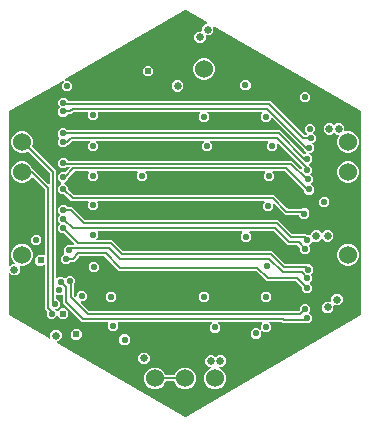
<source format=gbr>
G04 EAGLE Gerber RS-274X export*
G75*
%MOMM*%
%FSLAX34Y34*%
%LPD*%
%INCopper Layer 15*%
%IPPOS*%
%AMOC8*
5,1,8,0,0,1.08239X$1,22.5*%
G01*
%ADD10C,1.524000*%
%ADD11C,1.530000*%
%ADD12C,0.654800*%
%ADD13C,0.604800*%
%ADD14C,0.554800*%
%ADD15C,0.203200*%

G36*
X41Y831D02*
X41Y831D01*
X97Y829D01*
X162Y848D01*
X229Y858D01*
X302Y889D01*
X333Y899D01*
X350Y911D01*
X383Y925D01*
X148862Y86650D01*
X148915Y86692D01*
X148973Y86727D01*
X149009Y86770D01*
X149053Y86805D01*
X149089Y86863D01*
X149133Y86914D01*
X149154Y86966D01*
X149184Y87014D01*
X149199Y87079D01*
X149225Y87142D01*
X149233Y87221D01*
X149241Y87253D01*
X149239Y87274D01*
X149243Y87309D01*
X149241Y258762D01*
X149230Y258829D01*
X149229Y258897D01*
X149210Y258950D01*
X149201Y259005D01*
X149170Y259065D01*
X149147Y259128D01*
X149112Y259173D01*
X149086Y259222D01*
X149037Y259269D01*
X148995Y259322D01*
X148932Y259369D01*
X148908Y259392D01*
X148889Y259401D01*
X148860Y259421D01*
X24991Y330940D01*
X24901Y330973D01*
X24815Y331014D01*
X24787Y331017D01*
X24761Y331027D01*
X24665Y331030D01*
X24571Y331041D01*
X24543Y331035D01*
X24515Y331036D01*
X24423Y331009D01*
X24330Y330988D01*
X24306Y330974D01*
X24279Y330966D01*
X24201Y330911D01*
X24119Y330862D01*
X24101Y330841D01*
X24078Y330825D01*
X24021Y330748D01*
X23959Y330675D01*
X23949Y330649D01*
X23932Y330626D01*
X23903Y330536D01*
X23867Y330447D01*
X23863Y330412D01*
X23857Y330392D01*
X23857Y330359D01*
X23849Y330281D01*
X23849Y326625D01*
X21038Y323814D01*
X18260Y323814D01*
X18240Y323811D01*
X18221Y323813D01*
X18119Y323791D01*
X18017Y323774D01*
X18000Y323765D01*
X17980Y323760D01*
X17891Y323707D01*
X17800Y323659D01*
X17786Y323645D01*
X17769Y323634D01*
X17702Y323556D01*
X17630Y323481D01*
X17622Y323463D01*
X17609Y323447D01*
X17570Y323351D01*
X17527Y323258D01*
X17525Y323238D01*
X17517Y323219D01*
X17499Y323053D01*
X17499Y320275D01*
X14688Y317464D01*
X10712Y317464D01*
X7901Y320275D01*
X7901Y324250D01*
X10712Y327061D01*
X13490Y327061D01*
X13510Y327064D01*
X13529Y327062D01*
X13631Y327084D01*
X13733Y327101D01*
X13750Y327110D01*
X13770Y327115D01*
X13859Y327168D01*
X13950Y327216D01*
X13964Y327230D01*
X13981Y327241D01*
X14048Y327319D01*
X14120Y327394D01*
X14128Y327412D01*
X14141Y327428D01*
X14180Y327524D01*
X14223Y327617D01*
X14225Y327637D01*
X14233Y327656D01*
X14251Y327822D01*
X14251Y330600D01*
X17062Y333411D01*
X17869Y333411D01*
X17916Y333419D01*
X17964Y333417D01*
X18037Y333439D01*
X18112Y333451D01*
X18154Y333473D01*
X18200Y333487D01*
X18262Y333531D01*
X18329Y333566D01*
X18362Y333601D01*
X18402Y333628D01*
X18446Y333690D01*
X18499Y333744D01*
X18519Y333788D01*
X18547Y333827D01*
X18570Y333899D01*
X18602Y333967D01*
X18608Y334015D01*
X18622Y334061D01*
X18621Y334137D01*
X18629Y334212D01*
X18619Y334259D01*
X18618Y334307D01*
X18593Y334378D01*
X18577Y334452D01*
X18552Y334494D01*
X18536Y334539D01*
X18490Y334598D01*
X18451Y334663D01*
X18414Y334695D01*
X18385Y334732D01*
X18281Y334809D01*
X18264Y334823D01*
X18258Y334826D01*
X18250Y334832D01*
X378Y345150D01*
X315Y345174D01*
X256Y345207D01*
X201Y345217D01*
X148Y345237D01*
X81Y345240D01*
X14Y345252D01*
X-41Y345244D01*
X-97Y345246D01*
X-162Y345227D01*
X-229Y345217D01*
X-302Y345186D01*
X-333Y345176D01*
X-350Y345164D01*
X-383Y345150D01*
X-101610Y286707D01*
X-101647Y286676D01*
X-101689Y286654D01*
X-101741Y286599D01*
X-101800Y286551D01*
X-101825Y286510D01*
X-101858Y286476D01*
X-101890Y286407D01*
X-101931Y286343D01*
X-101942Y286296D01*
X-101962Y286252D01*
X-101970Y286177D01*
X-101988Y286103D01*
X-101984Y286056D01*
X-101989Y286008D01*
X-101973Y285934D01*
X-101966Y285858D01*
X-101947Y285815D01*
X-101937Y285768D01*
X-101898Y285703D01*
X-101868Y285633D01*
X-101835Y285598D01*
X-101811Y285557D01*
X-101753Y285507D01*
X-101702Y285451D01*
X-101660Y285428D01*
X-101624Y285397D01*
X-101553Y285368D01*
X-101487Y285331D01*
X-101440Y285323D01*
X-101396Y285305D01*
X-101267Y285290D01*
X-101245Y285286D01*
X-101239Y285287D01*
X-101229Y285286D01*
X-98232Y285286D01*
X-95714Y282768D01*
X-95714Y279207D01*
X-98232Y276689D01*
X-101793Y276689D01*
X-104311Y279207D01*
X-104311Y282768D01*
X-102772Y284308D01*
X-102757Y284327D01*
X-102739Y284343D01*
X-102686Y284427D01*
X-102628Y284508D01*
X-102621Y284531D01*
X-102608Y284551D01*
X-102585Y284648D01*
X-102556Y284743D01*
X-102556Y284767D01*
X-102551Y284790D01*
X-102559Y284889D01*
X-102562Y284989D01*
X-102570Y285011D01*
X-102572Y285035D01*
X-102612Y285126D01*
X-102646Y285220D01*
X-102661Y285238D01*
X-102671Y285260D01*
X-102738Y285334D01*
X-102800Y285412D01*
X-102820Y285425D01*
X-102837Y285442D01*
X-102923Y285491D01*
X-103007Y285545D01*
X-103030Y285550D01*
X-103051Y285562D01*
X-103149Y285580D01*
X-103246Y285605D01*
X-103270Y285603D01*
X-103293Y285607D01*
X-103392Y285593D01*
X-103491Y285586D01*
X-103513Y285576D01*
X-103537Y285573D01*
X-103690Y285505D01*
X-148862Y259425D01*
X-148915Y259383D01*
X-148973Y259348D01*
X-149009Y259305D01*
X-149053Y259269D01*
X-149089Y259212D01*
X-149133Y259161D01*
X-149154Y259109D01*
X-149184Y259061D01*
X-149199Y258995D01*
X-149225Y258933D01*
X-149233Y258854D01*
X-149241Y258822D01*
X-149239Y258801D01*
X-149243Y258766D01*
X-149241Y129258D01*
X-149230Y129187D01*
X-149228Y129115D01*
X-149210Y129066D01*
X-149202Y129015D01*
X-149168Y128952D01*
X-149144Y128884D01*
X-149111Y128844D01*
X-149087Y128798D01*
X-149035Y128748D01*
X-148990Y128692D01*
X-148946Y128664D01*
X-148908Y128628D01*
X-148843Y128598D01*
X-148783Y128559D01*
X-148732Y128547D01*
X-148685Y128525D01*
X-148614Y128517D01*
X-148544Y128499D01*
X-148492Y128503D01*
X-148441Y128498D01*
X-148371Y128513D01*
X-148299Y128518D01*
X-148251Y128539D01*
X-148200Y128550D01*
X-148139Y128587D01*
X-148073Y128615D01*
X-148017Y128659D01*
X-147989Y128676D01*
X-147974Y128694D01*
X-147942Y128720D01*
X-146450Y130211D01*
X-145024Y130211D01*
X-144953Y130223D01*
X-144882Y130225D01*
X-144833Y130243D01*
X-144781Y130251D01*
X-144718Y130285D01*
X-144651Y130309D01*
X-144610Y130342D01*
X-144564Y130366D01*
X-144515Y130418D01*
X-144459Y130463D01*
X-144430Y130507D01*
X-144395Y130544D01*
X-144364Y130609D01*
X-144326Y130670D01*
X-144313Y130720D01*
X-144291Y130767D01*
X-144283Y130839D01*
X-144266Y130908D01*
X-144270Y130960D01*
X-144264Y131012D01*
X-144279Y131082D01*
X-144285Y131153D01*
X-144305Y131201D01*
X-144316Y131252D01*
X-144353Y131314D01*
X-144381Y131380D01*
X-144426Y131436D01*
X-144442Y131463D01*
X-144460Y131479D01*
X-144464Y131484D01*
X-144467Y131488D01*
X-144469Y131490D01*
X-144486Y131511D01*
X-145890Y132915D01*
X-147287Y136288D01*
X-147287Y139937D01*
X-145890Y143310D01*
X-143310Y145890D01*
X-139937Y147287D01*
X-136288Y147287D01*
X-132915Y145890D01*
X-130335Y143310D01*
X-128938Y139937D01*
X-128938Y136288D01*
X-130335Y132915D01*
X-132915Y130335D01*
X-136288Y128938D01*
X-139364Y128938D01*
X-139434Y128926D01*
X-139506Y128924D01*
X-139555Y128906D01*
X-139606Y128898D01*
X-139670Y128865D01*
X-139737Y128840D01*
X-139778Y128807D01*
X-139824Y128783D01*
X-139873Y128731D01*
X-139929Y128686D01*
X-139957Y128642D01*
X-139993Y128605D01*
X-140023Y128539D01*
X-140062Y128479D01*
X-140075Y128429D01*
X-140097Y128382D01*
X-140105Y128310D01*
X-140122Y128241D01*
X-140118Y128189D01*
X-140124Y128137D01*
X-140109Y128067D01*
X-140103Y127995D01*
X-140083Y127948D01*
X-140072Y127897D01*
X-140035Y127835D01*
X-140007Y127769D01*
X-139962Y127713D01*
X-139945Y127686D01*
X-139928Y127670D01*
X-139902Y127638D01*
X-139664Y127400D01*
X-139664Y123425D01*
X-142475Y120614D01*
X-146450Y120614D01*
X-147942Y122105D01*
X-148000Y122147D01*
X-148052Y122197D01*
X-148099Y122219D01*
X-148142Y122249D01*
X-148210Y122270D01*
X-148275Y122300D01*
X-148327Y122306D01*
X-148377Y122321D01*
X-148448Y122319D01*
X-148520Y122327D01*
X-148570Y122316D01*
X-148623Y122315D01*
X-148690Y122290D01*
X-148760Y122275D01*
X-148805Y122248D01*
X-148854Y122230D01*
X-148909Y122186D01*
X-148971Y122149D01*
X-149005Y122109D01*
X-149046Y122077D01*
X-149084Y122016D01*
X-149131Y121962D01*
X-149150Y121914D01*
X-149179Y121870D01*
X-149196Y121800D01*
X-149223Y121734D01*
X-149231Y121662D01*
X-149239Y121631D01*
X-149237Y121608D01*
X-149241Y121567D01*
X-149241Y87313D01*
X-149230Y87246D01*
X-149229Y87178D01*
X-149210Y87125D01*
X-149201Y87070D01*
X-149170Y87010D01*
X-149147Y86947D01*
X-149112Y86902D01*
X-149086Y86853D01*
X-149037Y86806D01*
X-148995Y86753D01*
X-148932Y86706D01*
X-148908Y86683D01*
X-148889Y86674D01*
X-148860Y86654D01*
X-115224Y67233D01*
X-115135Y67199D01*
X-115048Y67159D01*
X-115020Y67156D01*
X-114994Y67146D01*
X-114899Y67143D01*
X-114804Y67132D01*
X-114777Y67138D01*
X-114748Y67137D01*
X-114657Y67164D01*
X-114564Y67184D01*
X-114539Y67199D01*
X-114512Y67207D01*
X-114434Y67262D01*
X-114353Y67311D01*
X-114334Y67332D01*
X-114311Y67348D01*
X-114255Y67425D01*
X-114193Y67497D01*
X-114182Y67524D01*
X-114165Y67546D01*
X-114136Y67637D01*
X-114101Y67726D01*
X-114097Y67761D01*
X-114090Y67781D01*
X-114091Y67814D01*
X-114082Y67892D01*
X-114082Y71520D01*
X-111271Y74331D01*
X-107296Y74331D01*
X-104485Y71520D01*
X-104485Y67545D01*
X-107296Y64734D01*
X-108054Y64734D01*
X-108102Y64726D01*
X-108150Y64728D01*
X-108222Y64706D01*
X-108297Y64694D01*
X-108339Y64672D01*
X-108385Y64658D01*
X-108448Y64614D01*
X-108514Y64579D01*
X-108547Y64544D01*
X-108587Y64517D01*
X-108632Y64455D01*
X-108684Y64401D01*
X-108704Y64357D01*
X-108732Y64318D01*
X-108756Y64246D01*
X-108787Y64178D01*
X-108793Y64130D01*
X-108807Y64084D01*
X-108806Y64008D01*
X-108815Y63933D01*
X-108804Y63886D01*
X-108804Y63838D01*
X-108778Y63767D01*
X-108762Y63693D01*
X-108738Y63651D01*
X-108722Y63606D01*
X-108675Y63547D01*
X-108636Y63482D01*
X-108600Y63450D01*
X-108570Y63413D01*
X-108466Y63336D01*
X-108449Y63322D01*
X-108443Y63319D01*
X-108435Y63313D01*
X-378Y925D01*
X-315Y901D01*
X-256Y868D01*
X-201Y858D01*
X-148Y838D01*
X-81Y835D01*
X-14Y823D01*
X41Y831D01*
G37*
%LPC*%
G36*
X99248Y168612D02*
X99248Y168612D01*
X96730Y171130D01*
X96730Y171323D01*
X96727Y171343D01*
X96729Y171362D01*
X96707Y171464D01*
X96690Y171566D01*
X96681Y171583D01*
X96676Y171603D01*
X96623Y171692D01*
X96575Y171783D01*
X96561Y171797D01*
X96550Y171814D01*
X96472Y171881D01*
X96397Y171953D01*
X96379Y171961D01*
X96363Y171974D01*
X96267Y172013D01*
X96174Y172056D01*
X96154Y172058D01*
X96135Y172066D01*
X95969Y172084D01*
X84673Y172084D01*
X75956Y180801D01*
X75898Y180842D01*
X75846Y180892D01*
X75799Y180914D01*
X75757Y180944D01*
X75688Y180965D01*
X75623Y180995D01*
X75571Y181001D01*
X75521Y181017D01*
X75450Y181015D01*
X75379Y181023D01*
X75328Y181011D01*
X75276Y181010D01*
X75208Y180986D01*
X75138Y180970D01*
X75093Y180944D01*
X75045Y180926D01*
X74989Y180881D01*
X74927Y180844D01*
X74893Y180805D01*
X74853Y180772D01*
X74814Y180712D01*
X74767Y180657D01*
X74748Y180609D01*
X74720Y180565D01*
X74702Y180496D01*
X74675Y180429D01*
X74667Y180358D01*
X74659Y180327D01*
X74661Y180303D01*
X74657Y180262D01*
X74657Y177289D01*
X72139Y174771D01*
X68577Y174771D01*
X66059Y177289D01*
X66059Y180851D01*
X67106Y181897D01*
X67148Y181955D01*
X67197Y182007D01*
X67219Y182055D01*
X67249Y182097D01*
X67271Y182165D01*
X67301Y182231D01*
X67306Y182282D01*
X67322Y182332D01*
X67320Y182404D01*
X67328Y182475D01*
X67317Y182526D01*
X67315Y182578D01*
X67291Y182645D01*
X67276Y182715D01*
X67249Y182760D01*
X67231Y182809D01*
X67186Y182865D01*
X67149Y182926D01*
X67110Y182960D01*
X67077Y183001D01*
X67017Y183040D01*
X66963Y183086D01*
X66914Y183106D01*
X66870Y183134D01*
X66801Y183151D01*
X66734Y183178D01*
X66663Y183186D01*
X66632Y183194D01*
X66609Y183192D01*
X66568Y183197D01*
X-73426Y183197D01*
X-73496Y183185D01*
X-73568Y183183D01*
X-73617Y183165D01*
X-73668Y183157D01*
X-73732Y183124D01*
X-73799Y183099D01*
X-73840Y183066D01*
X-73886Y183042D01*
X-73935Y182990D01*
X-73991Y182945D01*
X-74019Y182901D01*
X-74055Y182864D01*
X-74085Y182798D01*
X-74124Y182738D01*
X-74137Y182688D01*
X-74159Y182641D01*
X-74167Y182569D01*
X-74184Y182500D01*
X-74180Y182448D01*
X-74186Y182396D01*
X-74171Y182326D01*
X-74165Y182254D01*
X-74145Y182207D01*
X-74134Y182156D01*
X-74097Y182094D01*
X-74069Y182028D01*
X-74024Y181972D01*
X-74007Y181945D01*
X-73990Y181929D01*
X-73964Y181897D01*
X-73679Y181613D01*
X-73679Y178051D01*
X-76197Y175533D01*
X-79759Y175533D01*
X-82277Y178051D01*
X-82277Y181613D01*
X-81992Y181897D01*
X-81950Y181956D01*
X-81901Y182007D01*
X-81879Y182055D01*
X-81849Y182097D01*
X-81827Y182165D01*
X-81797Y182231D01*
X-81792Y182282D01*
X-81776Y182332D01*
X-81778Y182404D01*
X-81770Y182475D01*
X-81781Y182526D01*
X-81783Y182578D01*
X-81807Y182645D01*
X-81822Y182715D01*
X-81849Y182760D01*
X-81867Y182809D01*
X-81912Y182865D01*
X-81949Y182926D01*
X-81988Y182960D01*
X-82021Y183001D01*
X-82081Y183040D01*
X-82135Y183086D01*
X-82184Y183106D01*
X-82228Y183134D01*
X-82297Y183151D01*
X-82364Y183178D01*
X-82435Y183186D01*
X-82466Y183194D01*
X-82489Y183192D01*
X-82530Y183197D01*
X-96302Y183197D01*
X-102259Y189153D01*
X-102333Y189206D01*
X-102402Y189266D01*
X-102433Y189278D01*
X-102459Y189297D01*
X-102546Y189324D01*
X-102631Y189358D01*
X-102671Y189362D01*
X-102694Y189369D01*
X-102726Y189368D01*
X-102797Y189376D01*
X-104968Y189376D01*
X-107486Y191894D01*
X-107486Y195456D01*
X-104832Y198110D01*
X-104790Y198168D01*
X-104741Y198220D01*
X-104719Y198267D01*
X-104689Y198309D01*
X-104667Y198378D01*
X-104637Y198443D01*
X-104632Y198495D01*
X-104616Y198545D01*
X-104618Y198616D01*
X-104610Y198687D01*
X-104621Y198738D01*
X-104623Y198790D01*
X-104647Y198858D01*
X-104662Y198928D01*
X-104689Y198973D01*
X-104707Y199021D01*
X-104752Y199077D01*
X-104789Y199139D01*
X-104828Y199173D01*
X-104861Y199213D01*
X-104921Y199252D01*
X-104975Y199299D01*
X-105024Y199318D01*
X-105068Y199346D01*
X-105137Y199364D01*
X-105204Y199391D01*
X-105275Y199399D01*
X-105306Y199407D01*
X-105329Y199405D01*
X-105370Y199409D01*
X-105476Y199409D01*
X-107994Y201927D01*
X-107994Y205489D01*
X-105476Y208007D01*
X-101654Y208007D01*
X-101564Y208021D01*
X-101473Y208029D01*
X-101443Y208041D01*
X-101411Y208046D01*
X-101331Y208089D01*
X-101247Y208125D01*
X-101215Y208151D01*
X-101194Y208162D01*
X-101172Y208185D01*
X-101116Y208230D01*
X-97984Y211361D01*
X-97943Y211419D01*
X-97893Y211471D01*
X-97871Y211519D01*
X-97841Y211561D01*
X-97820Y211629D01*
X-97790Y211695D01*
X-97784Y211746D01*
X-97768Y211796D01*
X-97770Y211868D01*
X-97762Y211939D01*
X-97774Y211990D01*
X-97775Y212042D01*
X-97799Y212109D01*
X-97815Y212179D01*
X-97841Y212224D01*
X-97859Y212273D01*
X-97904Y212329D01*
X-97941Y212390D01*
X-97980Y212424D01*
X-98013Y212465D01*
X-98073Y212504D01*
X-98128Y212550D01*
X-98176Y212570D01*
X-98220Y212598D01*
X-98289Y212615D01*
X-98356Y212642D01*
X-98427Y212650D01*
X-98458Y212658D01*
X-98482Y212656D01*
X-98523Y212661D01*
X-100032Y212661D01*
X-100122Y212646D01*
X-100213Y212639D01*
X-100243Y212626D01*
X-100275Y212621D01*
X-100356Y212578D01*
X-100439Y212543D01*
X-100472Y212517D01*
X-100492Y212506D01*
X-100514Y212483D01*
X-100570Y212438D01*
X-101407Y211601D01*
X-104968Y211601D01*
X-107486Y214119D01*
X-107486Y217681D01*
X-104968Y220199D01*
X-101407Y220199D01*
X-99173Y217965D01*
X-99099Y217912D01*
X-99030Y217853D01*
X-99000Y217840D01*
X-98974Y217822D01*
X-98887Y217795D01*
X-98802Y217761D01*
X-98761Y217756D01*
X-98739Y217749D01*
X-98706Y217750D01*
X-98635Y217742D01*
X90611Y217742D01*
X92323Y216031D01*
X97589Y210764D01*
X97647Y210723D01*
X97699Y210673D01*
X97747Y210651D01*
X97789Y210621D01*
X97857Y210600D01*
X97923Y210570D01*
X97974Y210564D01*
X98024Y210548D01*
X98096Y210550D01*
X98167Y210542D01*
X98218Y210554D01*
X98270Y210555D01*
X98337Y210579D01*
X98407Y210595D01*
X98452Y210621D01*
X98501Y210639D01*
X98557Y210684D01*
X98618Y210721D01*
X98652Y210760D01*
X98693Y210793D01*
X98732Y210853D01*
X98778Y210908D01*
X98798Y210956D01*
X98826Y211000D01*
X98843Y211069D01*
X98870Y211136D01*
X98878Y211207D01*
X98886Y211238D01*
X98884Y211262D01*
X98889Y211303D01*
X98889Y211528D01*
X98874Y211618D01*
X98867Y211709D01*
X98854Y211739D01*
X98849Y211771D01*
X98806Y211851D01*
X98771Y211935D01*
X98745Y211967D01*
X98734Y211988D01*
X98711Y212010D01*
X98666Y212066D01*
X79004Y231728D01*
X78946Y231769D01*
X78894Y231819D01*
X78847Y231841D01*
X78805Y231871D01*
X78736Y231892D01*
X78671Y231922D01*
X78619Y231928D01*
X78569Y231944D01*
X78498Y231942D01*
X78427Y231950D01*
X78376Y231938D01*
X78324Y231937D01*
X78256Y231913D01*
X78186Y231897D01*
X78141Y231871D01*
X78093Y231853D01*
X78037Y231808D01*
X77975Y231771D01*
X77941Y231732D01*
X77901Y231699D01*
X77862Y231639D01*
X77815Y231584D01*
X77796Y231536D01*
X77768Y231492D01*
X77750Y231423D01*
X77723Y231356D01*
X77715Y231285D01*
X77707Y231254D01*
X77709Y231230D01*
X77705Y231189D01*
X77705Y228089D01*
X75187Y225571D01*
X71625Y225571D01*
X69107Y228089D01*
X69107Y231651D01*
X70408Y232951D01*
X70450Y233009D01*
X70499Y233061D01*
X70521Y233109D01*
X70551Y233151D01*
X70573Y233219D01*
X70603Y233285D01*
X70608Y233336D01*
X70624Y233386D01*
X70622Y233458D01*
X70630Y233529D01*
X70619Y233580D01*
X70617Y233632D01*
X70593Y233699D01*
X70578Y233769D01*
X70551Y233814D01*
X70533Y233863D01*
X70488Y233919D01*
X70451Y233980D01*
X70412Y234014D01*
X70379Y234055D01*
X70319Y234094D01*
X70265Y234140D01*
X70216Y234160D01*
X70172Y234188D01*
X70103Y234205D01*
X70036Y234232D01*
X69965Y234240D01*
X69934Y234248D01*
X69911Y234246D01*
X69870Y234251D01*
X22078Y234251D01*
X22008Y234239D01*
X21936Y234237D01*
X21887Y234219D01*
X21836Y234211D01*
X21772Y234177D01*
X21705Y234153D01*
X21664Y234120D01*
X21618Y234096D01*
X21569Y234044D01*
X21513Y233999D01*
X21485Y233955D01*
X21449Y233918D01*
X21419Y233853D01*
X21380Y233792D01*
X21367Y233742D01*
X21345Y233695D01*
X21337Y233623D01*
X21320Y233554D01*
X21324Y233502D01*
X21318Y233450D01*
X21333Y233380D01*
X21339Y233309D01*
X21359Y233261D01*
X21370Y233210D01*
X21407Y233148D01*
X21435Y233082D01*
X21480Y233026D01*
X21497Y232999D01*
X21514Y232983D01*
X21540Y232951D01*
X22841Y231651D01*
X22841Y228089D01*
X20323Y225571D01*
X16761Y225571D01*
X14243Y228089D01*
X14243Y231651D01*
X15544Y232951D01*
X15586Y233009D01*
X15635Y233061D01*
X15657Y233109D01*
X15687Y233151D01*
X15709Y233219D01*
X15739Y233285D01*
X15744Y233336D01*
X15760Y233386D01*
X15758Y233458D01*
X15766Y233529D01*
X15755Y233580D01*
X15753Y233632D01*
X15729Y233699D01*
X15714Y233769D01*
X15687Y233814D01*
X15669Y233863D01*
X15624Y233919D01*
X15587Y233980D01*
X15548Y234014D01*
X15515Y234055D01*
X15455Y234094D01*
X15401Y234140D01*
X15352Y234160D01*
X15308Y234188D01*
X15239Y234205D01*
X15172Y234232D01*
X15101Y234240D01*
X15070Y234248D01*
X15047Y234246D01*
X15006Y234251D01*
X-74442Y234251D01*
X-74512Y234239D01*
X-74584Y234237D01*
X-74633Y234219D01*
X-74684Y234211D01*
X-74748Y234177D01*
X-74815Y234153D01*
X-74856Y234120D01*
X-74902Y234096D01*
X-74951Y234044D01*
X-75007Y233999D01*
X-75035Y233955D01*
X-75071Y233918D01*
X-75101Y233853D01*
X-75140Y233792D01*
X-75153Y233742D01*
X-75175Y233695D01*
X-75183Y233623D01*
X-75200Y233554D01*
X-75196Y233502D01*
X-75202Y233450D01*
X-75187Y233380D01*
X-75181Y233309D01*
X-75161Y233261D01*
X-75150Y233210D01*
X-75113Y233148D01*
X-75085Y233082D01*
X-75040Y233026D01*
X-75023Y232999D01*
X-75006Y232983D01*
X-74980Y232951D01*
X-73679Y231651D01*
X-73679Y228089D01*
X-76197Y225571D01*
X-79759Y225571D01*
X-82277Y228089D01*
X-82277Y231651D01*
X-80976Y232951D01*
X-80934Y233009D01*
X-80885Y233061D01*
X-80863Y233109D01*
X-80833Y233151D01*
X-80811Y233219D01*
X-80781Y233285D01*
X-80776Y233336D01*
X-80760Y233386D01*
X-80762Y233458D01*
X-80754Y233529D01*
X-80765Y233580D01*
X-80767Y233632D01*
X-80791Y233699D01*
X-80806Y233769D01*
X-80833Y233814D01*
X-80851Y233863D01*
X-80896Y233919D01*
X-80933Y233980D01*
X-80972Y234014D01*
X-81005Y234055D01*
X-81065Y234094D01*
X-81119Y234140D01*
X-81168Y234160D01*
X-81212Y234188D01*
X-81281Y234205D01*
X-81348Y234232D01*
X-81419Y234240D01*
X-81450Y234248D01*
X-81473Y234246D01*
X-81514Y234251D01*
X-95597Y234251D01*
X-95687Y234236D01*
X-95778Y234229D01*
X-95808Y234216D01*
X-95840Y234211D01*
X-95920Y234168D01*
X-96004Y234133D01*
X-96036Y234107D01*
X-96057Y234096D01*
X-96079Y234073D01*
X-96135Y234028D01*
X-99341Y230822D01*
X-99588Y230822D01*
X-99678Y230807D01*
X-99769Y230800D01*
X-99798Y230787D01*
X-99830Y230782D01*
X-99911Y230739D01*
X-99995Y230704D01*
X-100027Y230678D01*
X-100048Y230667D01*
X-100070Y230644D01*
X-100126Y230599D01*
X-101661Y229064D01*
X-105222Y229064D01*
X-107740Y231582D01*
X-107740Y235143D01*
X-106503Y236380D01*
X-106491Y236396D01*
X-106476Y236409D01*
X-106420Y236496D01*
X-106360Y236580D01*
X-106354Y236599D01*
X-106343Y236616D01*
X-106318Y236716D01*
X-106287Y236815D01*
X-106288Y236835D01*
X-106283Y236854D01*
X-106291Y236957D01*
X-106294Y237061D01*
X-106300Y237080D01*
X-106302Y237099D01*
X-106342Y237194D01*
X-106378Y237292D01*
X-106391Y237308D01*
X-106398Y237326D01*
X-106503Y237457D01*
X-107994Y238948D01*
X-107994Y242509D01*
X-105476Y245027D01*
X-101915Y245027D01*
X-100380Y243492D01*
X-100306Y243439D01*
X-100236Y243380D01*
X-100206Y243367D01*
X-100180Y243349D01*
X-100093Y243322D01*
X-100008Y243288D01*
X-99967Y243283D01*
X-99945Y243276D01*
X-99913Y243277D01*
X-99842Y243269D01*
X80364Y243269D01*
X100295Y223338D01*
X100311Y223327D01*
X100324Y223311D01*
X100411Y223255D01*
X100495Y223195D01*
X100514Y223189D01*
X100530Y223178D01*
X100631Y223153D01*
X100730Y223122D01*
X100750Y223123D01*
X100769Y223118D01*
X100872Y223126D01*
X100976Y223129D01*
X100994Y223136D01*
X101014Y223137D01*
X101109Y223178D01*
X101207Y223213D01*
X101222Y223226D01*
X101241Y223233D01*
X101371Y223338D01*
X101407Y223374D01*
X102084Y223374D01*
X102155Y223385D01*
X102227Y223387D01*
X102276Y223405D01*
X102327Y223413D01*
X102390Y223447D01*
X102458Y223472D01*
X102498Y223504D01*
X102544Y223529D01*
X102594Y223581D01*
X102650Y223625D01*
X102678Y223669D01*
X102714Y223707D01*
X102744Y223772D01*
X102783Y223832D01*
X102795Y223883D01*
X102817Y223930D01*
X102825Y224001D01*
X102843Y224071D01*
X102839Y224123D01*
X102844Y224174D01*
X102829Y224245D01*
X102824Y224316D01*
X102803Y224364D01*
X102792Y224415D01*
X102755Y224476D01*
X102727Y224542D01*
X102682Y224598D01*
X102666Y224626D01*
X102648Y224641D01*
X102622Y224673D01*
X100476Y226819D01*
X100476Y226958D01*
X100462Y227048D01*
X100454Y227139D01*
X100442Y227169D01*
X100437Y227201D01*
X100394Y227282D01*
X100358Y227366D01*
X100332Y227398D01*
X100321Y227418D01*
X100298Y227441D01*
X100253Y227497D01*
X73924Y253826D01*
X73866Y253867D01*
X73814Y253917D01*
X73767Y253939D01*
X73725Y253969D01*
X73656Y253990D01*
X73591Y254020D01*
X73539Y254026D01*
X73489Y254042D01*
X73418Y254040D01*
X73347Y254048D01*
X73296Y254036D01*
X73244Y254035D01*
X73176Y254011D01*
X73106Y253995D01*
X73062Y253969D01*
X73013Y253951D01*
X72957Y253906D01*
X72895Y253869D01*
X72861Y253830D01*
X72821Y253797D01*
X72782Y253737D01*
X72735Y253682D01*
X72716Y253634D01*
X72688Y253590D01*
X72670Y253521D01*
X72643Y253454D01*
X72635Y253383D01*
X72627Y253352D01*
X72629Y253328D01*
X72625Y253287D01*
X72625Y253235D01*
X70107Y250717D01*
X66545Y250717D01*
X64027Y253235D01*
X64027Y256797D01*
X65010Y257780D01*
X65052Y257838D01*
X65102Y257890D01*
X65124Y257937D01*
X65154Y257979D01*
X65175Y258048D01*
X65205Y258113D01*
X65211Y258165D01*
X65226Y258215D01*
X65224Y258286D01*
X65232Y258357D01*
X65221Y258408D01*
X65220Y258460D01*
X65195Y258528D01*
X65180Y258598D01*
X65153Y258643D01*
X65136Y258691D01*
X65091Y258747D01*
X65054Y258809D01*
X65014Y258843D01*
X64982Y258883D01*
X64922Y258922D01*
X64867Y258969D01*
X64819Y258988D01*
X64775Y259016D01*
X64705Y259034D01*
X64639Y259061D01*
X64568Y259069D01*
X64536Y259077D01*
X64513Y259075D01*
X64472Y259079D01*
X19602Y259079D01*
X19531Y259068D01*
X19459Y259066D01*
X19410Y259048D01*
X19359Y259040D01*
X19296Y259006D01*
X19228Y258981D01*
X19188Y258949D01*
X19142Y258924D01*
X19092Y258872D01*
X19036Y258828D01*
X19008Y258784D01*
X18972Y258746D01*
X18942Y258681D01*
X18903Y258621D01*
X18891Y258570D01*
X18869Y258523D01*
X18861Y258452D01*
X18843Y258382D01*
X18847Y258330D01*
X18842Y258279D01*
X18857Y258208D01*
X18862Y258137D01*
X18883Y258089D01*
X18894Y258038D01*
X18931Y257977D01*
X18959Y257911D01*
X19004Y257855D01*
X19020Y257827D01*
X19038Y257812D01*
X19064Y257780D01*
X20047Y256797D01*
X20047Y253235D01*
X17529Y250717D01*
X13967Y250717D01*
X11449Y253235D01*
X11449Y256797D01*
X12432Y257780D01*
X12474Y257838D01*
X12524Y257890D01*
X12546Y257937D01*
X12576Y257979D01*
X12597Y258048D01*
X12627Y258113D01*
X12633Y258165D01*
X12648Y258215D01*
X12646Y258286D01*
X12654Y258357D01*
X12643Y258408D01*
X12642Y258460D01*
X12617Y258528D01*
X12602Y258598D01*
X12575Y258643D01*
X12558Y258691D01*
X12513Y258747D01*
X12476Y258809D01*
X12436Y258843D01*
X12404Y258883D01*
X12344Y258922D01*
X12289Y258969D01*
X12241Y258988D01*
X12197Y259016D01*
X12127Y259034D01*
X12061Y259061D01*
X11990Y259069D01*
X11958Y259077D01*
X11935Y259075D01*
X11894Y259079D01*
X-73108Y259079D01*
X-73179Y259068D01*
X-73251Y259066D01*
X-73299Y259048D01*
X-73351Y259040D01*
X-73414Y259006D01*
X-73482Y258981D01*
X-73522Y258949D01*
X-73568Y258924D01*
X-73618Y258872D01*
X-73674Y258828D01*
X-73702Y258784D01*
X-73738Y258746D01*
X-73768Y258681D01*
X-73807Y258621D01*
X-73819Y258570D01*
X-73841Y258523D01*
X-73849Y258452D01*
X-73867Y258382D01*
X-73863Y258330D01*
X-73868Y258279D01*
X-73853Y258208D01*
X-73848Y258137D01*
X-73827Y258089D01*
X-73816Y258038D01*
X-73779Y257977D01*
X-73751Y257911D01*
X-73706Y257855D01*
X-73690Y257827D01*
X-73679Y257818D01*
X-73679Y254251D01*
X-76197Y251733D01*
X-79759Y251733D01*
X-82277Y254251D01*
X-82277Y257825D01*
X-82268Y257838D01*
X-82218Y257890D01*
X-82196Y257937D01*
X-82166Y257979D01*
X-82145Y258048D01*
X-82115Y258113D01*
X-82109Y258165D01*
X-82094Y258214D01*
X-82096Y258286D01*
X-82088Y258357D01*
X-82099Y258408D01*
X-82100Y258460D01*
X-82125Y258528D01*
X-82140Y258598D01*
X-82167Y258643D01*
X-82184Y258691D01*
X-82229Y258747D01*
X-82266Y258809D01*
X-82306Y258843D01*
X-82338Y258883D01*
X-82398Y258922D01*
X-82453Y258969D01*
X-82501Y258988D01*
X-82545Y259016D01*
X-82615Y259034D01*
X-82681Y259061D01*
X-82752Y259069D01*
X-82784Y259077D01*
X-82807Y259075D01*
X-82848Y259079D01*
X-93755Y259079D01*
X-93845Y259065D01*
X-93936Y259057D01*
X-93966Y259045D01*
X-93998Y259040D01*
X-94079Y258997D01*
X-94163Y258961D01*
X-94195Y258935D01*
X-94215Y258924D01*
X-94238Y258901D01*
X-94294Y258856D01*
X-96357Y256793D01*
X-99143Y256793D01*
X-99233Y256779D01*
X-99324Y256771D01*
X-99354Y256759D01*
X-99386Y256754D01*
X-99466Y256711D01*
X-99550Y256675D01*
X-99583Y256649D01*
X-99603Y256638D01*
X-99625Y256615D01*
X-99681Y256570D01*
X-101216Y255035D01*
X-104778Y255035D01*
X-107296Y257553D01*
X-107296Y261115D01*
X-105868Y262542D01*
X-105856Y262558D01*
X-105841Y262571D01*
X-105785Y262658D01*
X-105725Y262742D01*
X-105719Y262761D01*
X-105708Y262778D01*
X-105683Y262878D01*
X-105652Y262977D01*
X-105653Y262997D01*
X-105648Y263016D01*
X-105656Y263119D01*
X-105659Y263223D01*
X-105665Y263242D01*
X-105667Y263261D01*
X-105707Y263356D01*
X-105743Y263454D01*
X-105756Y263470D01*
X-105763Y263488D01*
X-105868Y263619D01*
X-107296Y265046D01*
X-107296Y268608D01*
X-104778Y271126D01*
X-101216Y271126D01*
X-98661Y268571D01*
X-98659Y268553D01*
X-98649Y268535D01*
X-98645Y268516D01*
X-98592Y268427D01*
X-98543Y268335D01*
X-98529Y268322D01*
X-98519Y268305D01*
X-98440Y268237D01*
X-98365Y268166D01*
X-98347Y268158D01*
X-98332Y268145D01*
X-98236Y268106D01*
X-98142Y268062D01*
X-98122Y268060D01*
X-98104Y268053D01*
X-97937Y268034D01*
X72363Y268034D01*
X73915Y266482D01*
X74074Y266323D01*
X100778Y239619D01*
X100852Y239566D01*
X100922Y239506D01*
X100952Y239494D01*
X100978Y239475D01*
X101065Y239448D01*
X101150Y239414D01*
X101191Y239410D01*
X101213Y239403D01*
X101245Y239404D01*
X101317Y239396D01*
X102445Y239396D01*
X102535Y239410D01*
X102626Y239418D01*
X102656Y239430D01*
X102688Y239435D01*
X102768Y239478D01*
X102852Y239514D01*
X102885Y239540D01*
X102905Y239551D01*
X102927Y239574D01*
X102983Y239619D01*
X103174Y239809D01*
X103186Y239825D01*
X103201Y239838D01*
X103257Y239925D01*
X103317Y240009D01*
X103323Y240028D01*
X103334Y240045D01*
X103359Y240145D01*
X103390Y240244D01*
X103389Y240264D01*
X103394Y240283D01*
X103386Y240386D01*
X103383Y240490D01*
X103377Y240509D01*
X103375Y240528D01*
X103335Y240624D01*
X103299Y240721D01*
X103287Y240736D01*
X103279Y240755D01*
X103174Y240886D01*
X101238Y242821D01*
X101238Y246383D01*
X103756Y248901D01*
X107318Y248901D01*
X109836Y246383D01*
X109836Y242821D01*
X108662Y241648D01*
X108650Y241632D01*
X108635Y241619D01*
X108579Y241532D01*
X108519Y241448D01*
X108513Y241429D01*
X108502Y241412D01*
X108477Y241312D01*
X108446Y241213D01*
X108447Y241193D01*
X108442Y241174D01*
X108450Y241071D01*
X108453Y240967D01*
X108459Y240948D01*
X108461Y240928D01*
X108501Y240834D01*
X108537Y240736D01*
X108550Y240720D01*
X108557Y240702D01*
X108662Y240571D01*
X110598Y238636D01*
X110598Y235074D01*
X108027Y232504D01*
X108015Y232488D01*
X108000Y232475D01*
X107944Y232388D01*
X107884Y232304D01*
X107878Y232285D01*
X107867Y232268D01*
X107842Y232168D01*
X107811Y232069D01*
X107812Y232049D01*
X107807Y232030D01*
X107815Y231927D01*
X107818Y231823D01*
X107824Y231804D01*
X107826Y231785D01*
X107866Y231690D01*
X107902Y231592D01*
X107915Y231576D01*
X107922Y231558D01*
X108027Y231427D01*
X109074Y230381D01*
X109074Y226819D01*
X106556Y224301D01*
X105878Y224301D01*
X105808Y224290D01*
X105736Y224288D01*
X105687Y224270D01*
X105636Y224262D01*
X105572Y224228D01*
X105505Y224203D01*
X105464Y224171D01*
X105418Y224146D01*
X105369Y224094D01*
X105313Y224050D01*
X105285Y224006D01*
X105249Y223968D01*
X105219Y223903D01*
X105180Y223843D01*
X105167Y223792D01*
X105145Y223745D01*
X105137Y223674D01*
X105120Y223604D01*
X105124Y223552D01*
X105118Y223501D01*
X105133Y223430D01*
X105139Y223359D01*
X105159Y223311D01*
X105170Y223260D01*
X105207Y223199D01*
X105235Y223133D01*
X105280Y223077D01*
X105297Y223049D01*
X105314Y223034D01*
X105340Y223002D01*
X107486Y220856D01*
X107486Y217294D01*
X105138Y214946D01*
X105126Y214930D01*
X105111Y214917D01*
X105055Y214830D01*
X104994Y214746D01*
X104988Y214727D01*
X104978Y214710D01*
X104952Y214610D01*
X104922Y214511D01*
X104922Y214491D01*
X104918Y214472D01*
X104926Y214369D01*
X104928Y214265D01*
X104935Y214247D01*
X104937Y214227D01*
X104977Y214132D01*
X105013Y214034D01*
X105025Y214019D01*
X105033Y214000D01*
X105138Y213869D01*
X107486Y211521D01*
X107486Y207960D01*
X106313Y206786D01*
X106301Y206770D01*
X106285Y206758D01*
X106229Y206670D01*
X106169Y206587D01*
X106163Y206568D01*
X106152Y206551D01*
X106127Y206450D01*
X106097Y206351D01*
X106097Y206332D01*
X106092Y206312D01*
X106100Y206209D01*
X106103Y206106D01*
X106110Y206087D01*
X106111Y206067D01*
X106152Y205972D01*
X106188Y205875D01*
X106200Y205859D01*
X106208Y205841D01*
X106313Y205710D01*
X108439Y203584D01*
X108439Y200022D01*
X107011Y198595D01*
X106999Y198579D01*
X106984Y198566D01*
X106928Y198479D01*
X106868Y198395D01*
X106862Y198376D01*
X106851Y198359D01*
X106826Y198259D01*
X106795Y198160D01*
X106796Y198140D01*
X106791Y198121D01*
X106799Y198018D01*
X106802Y197914D01*
X106808Y197895D01*
X106810Y197875D01*
X106850Y197781D01*
X106886Y197683D01*
X106899Y197667D01*
X106906Y197649D01*
X107011Y197518D01*
X109455Y195075D01*
X109455Y191513D01*
X106937Y188995D01*
X103375Y188995D01*
X100857Y191513D01*
X100857Y192097D01*
X100843Y192187D01*
X100835Y192278D01*
X100823Y192308D01*
X100818Y192340D01*
X100775Y192420D01*
X100739Y192504D01*
X100713Y192536D01*
X100702Y192557D01*
X100679Y192579D01*
X100634Y192635D01*
X84896Y208374D01*
X84822Y208427D01*
X84752Y208486D01*
X84722Y208499D01*
X84696Y208517D01*
X84609Y208544D01*
X84524Y208578D01*
X84483Y208583D01*
X84461Y208590D01*
X84429Y208589D01*
X84357Y208597D01*
X74656Y208597D01*
X74586Y208585D01*
X74514Y208583D01*
X74465Y208565D01*
X74414Y208557D01*
X74350Y208523D01*
X74283Y208499D01*
X74242Y208466D01*
X74196Y208442D01*
X74147Y208390D01*
X74091Y208345D01*
X74063Y208301D01*
X74027Y208264D01*
X73997Y208199D01*
X73958Y208138D01*
X73945Y208088D01*
X73923Y208041D01*
X73915Y207969D01*
X73898Y207900D01*
X73902Y207848D01*
X73896Y207796D01*
X73911Y207726D01*
X73917Y207655D01*
X73937Y207607D01*
X73948Y207556D01*
X73985Y207494D01*
X74013Y207428D01*
X74058Y207372D01*
X74075Y207345D01*
X74092Y207329D01*
X74118Y207297D01*
X75165Y206251D01*
X75165Y202689D01*
X72647Y200171D01*
X69085Y200171D01*
X66567Y202689D01*
X66567Y206251D01*
X67614Y207297D01*
X67656Y207355D01*
X67705Y207407D01*
X67727Y207455D01*
X67757Y207497D01*
X67779Y207565D01*
X67809Y207631D01*
X67814Y207682D01*
X67830Y207732D01*
X67828Y207804D01*
X67836Y207875D01*
X67825Y207926D01*
X67823Y207978D01*
X67799Y208045D01*
X67784Y208115D01*
X67757Y208160D01*
X67739Y208209D01*
X67694Y208265D01*
X67657Y208326D01*
X67618Y208360D01*
X67585Y208401D01*
X67525Y208440D01*
X67471Y208486D01*
X67422Y208506D01*
X67378Y208534D01*
X67309Y208551D01*
X67242Y208578D01*
X67171Y208586D01*
X67140Y208594D01*
X67117Y208592D01*
X67076Y208597D01*
X-32786Y208597D01*
X-32856Y208585D01*
X-32928Y208583D01*
X-32977Y208565D01*
X-33028Y208557D01*
X-33092Y208523D01*
X-33159Y208499D01*
X-33200Y208466D01*
X-33246Y208442D01*
X-33295Y208390D01*
X-33351Y208345D01*
X-33379Y208301D01*
X-33415Y208264D01*
X-33445Y208199D01*
X-33484Y208138D01*
X-33497Y208088D01*
X-33519Y208041D01*
X-33527Y207969D01*
X-33544Y207900D01*
X-33540Y207848D01*
X-33546Y207796D01*
X-33531Y207726D01*
X-33525Y207655D01*
X-33505Y207607D01*
X-33494Y207556D01*
X-33457Y207494D01*
X-33429Y207428D01*
X-33384Y207372D01*
X-33367Y207345D01*
X-33350Y207329D01*
X-33324Y207297D01*
X-32531Y206505D01*
X-32531Y202943D01*
X-35049Y200425D01*
X-38611Y200425D01*
X-41129Y202943D01*
X-41129Y206505D01*
X-40336Y207297D01*
X-40294Y207355D01*
X-40245Y207407D01*
X-40223Y207455D01*
X-40193Y207497D01*
X-40171Y207565D01*
X-40141Y207631D01*
X-40136Y207682D01*
X-40120Y207732D01*
X-40122Y207804D01*
X-40114Y207875D01*
X-40125Y207926D01*
X-40127Y207978D01*
X-40151Y208045D01*
X-40166Y208115D01*
X-40193Y208160D01*
X-40211Y208209D01*
X-40256Y208265D01*
X-40293Y208326D01*
X-40332Y208360D01*
X-40365Y208401D01*
X-40425Y208440D01*
X-40479Y208486D01*
X-40528Y208506D01*
X-40572Y208534D01*
X-40641Y208551D01*
X-40708Y208578D01*
X-40779Y208586D01*
X-40810Y208594D01*
X-40833Y208592D01*
X-40874Y208597D01*
X-74188Y208597D01*
X-74258Y208585D01*
X-74330Y208583D01*
X-74379Y208565D01*
X-74430Y208557D01*
X-74494Y208523D01*
X-74561Y208499D01*
X-74602Y208466D01*
X-74648Y208442D01*
X-74697Y208390D01*
X-74753Y208345D01*
X-74781Y208301D01*
X-74817Y208264D01*
X-74847Y208199D01*
X-74886Y208138D01*
X-74899Y208088D01*
X-74921Y208041D01*
X-74929Y207969D01*
X-74946Y207900D01*
X-74942Y207848D01*
X-74948Y207796D01*
X-74933Y207726D01*
X-74927Y207655D01*
X-74907Y207607D01*
X-74896Y207556D01*
X-74859Y207494D01*
X-74831Y207428D01*
X-74786Y207372D01*
X-74769Y207345D01*
X-74752Y207329D01*
X-74726Y207297D01*
X-73933Y206505D01*
X-73933Y202943D01*
X-76451Y200425D01*
X-80013Y200425D01*
X-82531Y202943D01*
X-82531Y206505D01*
X-81738Y207297D01*
X-81696Y207355D01*
X-81647Y207407D01*
X-81625Y207455D01*
X-81595Y207497D01*
X-81573Y207565D01*
X-81543Y207631D01*
X-81538Y207682D01*
X-81522Y207732D01*
X-81524Y207804D01*
X-81516Y207875D01*
X-81527Y207926D01*
X-81529Y207978D01*
X-81553Y208045D01*
X-81568Y208115D01*
X-81595Y208160D01*
X-81613Y208209D01*
X-81658Y208265D01*
X-81695Y208326D01*
X-81734Y208360D01*
X-81767Y208401D01*
X-81827Y208440D01*
X-81881Y208486D01*
X-81930Y208506D01*
X-81974Y208534D01*
X-82043Y208551D01*
X-82110Y208578D01*
X-82181Y208586D01*
X-82212Y208594D01*
X-82235Y208592D01*
X-82276Y208597D01*
X-93247Y208597D01*
X-93337Y208582D01*
X-93428Y208575D01*
X-93458Y208562D01*
X-93490Y208557D01*
X-93571Y208514D01*
X-93655Y208479D01*
X-93687Y208453D01*
X-93707Y208442D01*
X-93730Y208419D01*
X-93786Y208374D01*
X-99174Y202986D01*
X-99227Y202912D01*
X-99286Y202842D01*
X-99299Y202812D01*
X-99317Y202786D01*
X-99344Y202699D01*
X-99378Y202614D01*
X-99383Y202573D01*
X-99390Y202551D01*
X-99389Y202519D01*
X-99397Y202447D01*
X-99397Y201927D01*
X-102051Y199273D01*
X-102093Y199215D01*
X-102142Y199163D01*
X-102164Y199116D01*
X-102194Y199074D01*
X-102216Y199005D01*
X-102246Y198940D01*
X-102251Y198888D01*
X-102267Y198838D01*
X-102265Y198767D01*
X-102273Y198696D01*
X-102262Y198645D01*
X-102260Y198593D01*
X-102236Y198525D01*
X-102221Y198455D01*
X-102194Y198410D01*
X-102176Y198362D01*
X-102131Y198306D01*
X-102094Y198244D01*
X-102055Y198210D01*
X-102022Y198170D01*
X-101962Y198131D01*
X-101908Y198084D01*
X-101859Y198065D01*
X-101815Y198037D01*
X-101746Y198019D01*
X-101679Y197992D01*
X-101608Y197984D01*
X-101577Y197976D01*
X-101554Y197978D01*
X-101513Y197974D01*
X-101407Y197974D01*
X-98889Y195456D01*
X-98889Y193285D01*
X-98874Y193195D01*
X-98867Y193104D01*
X-98854Y193074D01*
X-98849Y193042D01*
X-98806Y192961D01*
X-98771Y192877D01*
X-98745Y192845D01*
X-98734Y192825D01*
X-98711Y192802D01*
X-98666Y192746D01*
X-94421Y188501D01*
X-94347Y188448D01*
X-94277Y188389D01*
X-94247Y188376D01*
X-94221Y188358D01*
X-94134Y188331D01*
X-94049Y188297D01*
X-94008Y188292D01*
X-93986Y188285D01*
X-93954Y188286D01*
X-93882Y188278D01*
X75665Y188278D01*
X86554Y177389D01*
X86628Y177336D01*
X86698Y177276D01*
X86728Y177264D01*
X86754Y177245D01*
X86841Y177218D01*
X86926Y177184D01*
X86967Y177180D01*
X86989Y177173D01*
X87021Y177174D01*
X87093Y177166D01*
X98889Y177166D01*
X98979Y177181D01*
X99070Y177188D01*
X99100Y177200D01*
X99132Y177205D01*
X99139Y177209D01*
X102809Y177209D01*
X105327Y174691D01*
X105327Y171130D01*
X102809Y168612D01*
X99248Y168612D01*
G37*
%LPD*%
%LPC*%
G36*
X101407Y105239D02*
X101407Y105239D01*
X98889Y107757D01*
X98889Y109928D01*
X98874Y110018D01*
X98867Y110109D01*
X98854Y110139D01*
X98849Y110171D01*
X98806Y110251D01*
X98771Y110335D01*
X98745Y110367D01*
X98734Y110388D01*
X98711Y110410D01*
X98666Y110466D01*
X93722Y115410D01*
X93648Y115463D01*
X93579Y115522D01*
X93549Y115535D01*
X93522Y115553D01*
X93435Y115580D01*
X93351Y115614D01*
X93310Y115619D01*
X93287Y115626D01*
X93255Y115625D01*
X93184Y115633D01*
X69052Y115633D01*
X60418Y124266D01*
X60343Y124320D01*
X60273Y124380D01*
X60244Y124392D01*
X60218Y124410D01*
X60130Y124437D01*
X60044Y124471D01*
X60005Y124475D01*
X59983Y124482D01*
X59951Y124481D01*
X59877Y124489D01*
X-30492Y124207D01*
X-30520Y124202D01*
X-30547Y124205D01*
X-30712Y124174D01*
X-31252Y124009D01*
X-31449Y124114D01*
X-31547Y124147D01*
X-31642Y124185D01*
X-31667Y124187D01*
X-31682Y124192D01*
X-31715Y124193D01*
X-31809Y124203D01*
X-32032Y124202D01*
X-32069Y124238D01*
X-32142Y124290D01*
X-32210Y124349D01*
X-32242Y124361D01*
X-32269Y124381D01*
X-32355Y124407D01*
X-32439Y124441D01*
X-32481Y124446D01*
X-32504Y124453D01*
X-32536Y124452D01*
X-32605Y124459D01*
X-56170Y124459D01*
X-68139Y136428D01*
X-68213Y136481D01*
X-68283Y136541D01*
X-68313Y136553D01*
X-68339Y136572D01*
X-68426Y136599D01*
X-68511Y136633D01*
X-68552Y136637D01*
X-68574Y136644D01*
X-68606Y136643D01*
X-68678Y136651D01*
X-89310Y136651D01*
X-89400Y136637D01*
X-89491Y136629D01*
X-89521Y136617D01*
X-89553Y136612D01*
X-89634Y136569D01*
X-89718Y136533D01*
X-89750Y136507D01*
X-89770Y136496D01*
X-89793Y136473D01*
X-89849Y136428D01*
X-94198Y132079D01*
X-96984Y132079D01*
X-97074Y132065D01*
X-97165Y132057D01*
X-97195Y132045D01*
X-97227Y132040D01*
X-97308Y131997D01*
X-97391Y131961D01*
X-97424Y131935D01*
X-97444Y131924D01*
X-97466Y131901D01*
X-97522Y131856D01*
X-99057Y130321D01*
X-102619Y130321D01*
X-105137Y132839D01*
X-105137Y136401D01*
X-102661Y138876D01*
X-102650Y138892D01*
X-102634Y138905D01*
X-102578Y138992D01*
X-102518Y139076D01*
X-102512Y139095D01*
X-102501Y139112D01*
X-102476Y139212D01*
X-102445Y139311D01*
X-102446Y139331D01*
X-102441Y139350D01*
X-102449Y139453D01*
X-102452Y139557D01*
X-102459Y139575D01*
X-102460Y139595D01*
X-102501Y139690D01*
X-102536Y139788D01*
X-102549Y139803D01*
X-102557Y139822D01*
X-102661Y139953D01*
X-102724Y140015D01*
X-102724Y143576D01*
X-100206Y146094D01*
X-98035Y146094D01*
X-97945Y146109D01*
X-97854Y146116D01*
X-97824Y146129D01*
X-97792Y146134D01*
X-97711Y146177D01*
X-97627Y146212D01*
X-97595Y146238D01*
X-97575Y146249D01*
X-97552Y146272D01*
X-97496Y146317D01*
X-97445Y146368D01*
X-94649Y146368D01*
X-94578Y146380D01*
X-94507Y146382D01*
X-94458Y146400D01*
X-94406Y146408D01*
X-94343Y146442D01*
X-94276Y146466D01*
X-94235Y146499D01*
X-94189Y146523D01*
X-94140Y146575D01*
X-94084Y146620D01*
X-94056Y146664D01*
X-94020Y146701D01*
X-93989Y146766D01*
X-93951Y146827D01*
X-93938Y146877D01*
X-93916Y146924D01*
X-93908Y146996D01*
X-93891Y147065D01*
X-93895Y147117D01*
X-93889Y147169D01*
X-93904Y147239D01*
X-93910Y147310D01*
X-93930Y147358D01*
X-93941Y147409D01*
X-93978Y147471D01*
X-94006Y147537D01*
X-94051Y147593D01*
X-94067Y147620D01*
X-94085Y147636D01*
X-94111Y147668D01*
X-102259Y155816D01*
X-102333Y155869D01*
X-102402Y155928D01*
X-102433Y155941D01*
X-102459Y155959D01*
X-102546Y155986D01*
X-102631Y156020D01*
X-102671Y156025D01*
X-102694Y156032D01*
X-102726Y156031D01*
X-102797Y156039D01*
X-104968Y156039D01*
X-107486Y158557D01*
X-107486Y162118D01*
X-105836Y163768D01*
X-105825Y163784D01*
X-105809Y163797D01*
X-105753Y163884D01*
X-105693Y163968D01*
X-105687Y163987D01*
X-105676Y164003D01*
X-105651Y164104D01*
X-105620Y164203D01*
X-105621Y164223D01*
X-105616Y164242D01*
X-105624Y164345D01*
X-105627Y164449D01*
X-105634Y164467D01*
X-105635Y164487D01*
X-105676Y164582D01*
X-105711Y164680D01*
X-105724Y164695D01*
X-105732Y164714D01*
X-105836Y164845D01*
X-107486Y166494D01*
X-107486Y170056D01*
X-105836Y171705D01*
X-105825Y171722D01*
X-105809Y171734D01*
X-105753Y171821D01*
X-105693Y171905D01*
X-105687Y171924D01*
X-105676Y171941D01*
X-105651Y172041D01*
X-105620Y172140D01*
X-105621Y172160D01*
X-105616Y172180D01*
X-105624Y172282D01*
X-105627Y172386D01*
X-105634Y172405D01*
X-105635Y172425D01*
X-105676Y172520D01*
X-105711Y172617D01*
X-105724Y172633D01*
X-105732Y172651D01*
X-105836Y172782D01*
X-107486Y174432D01*
X-107486Y177993D01*
X-104968Y180511D01*
X-101407Y180511D01*
X-99872Y178976D01*
X-99798Y178923D01*
X-99728Y178864D01*
X-99698Y178851D01*
X-99672Y178833D01*
X-99585Y178806D01*
X-99500Y178772D01*
X-99459Y178767D01*
X-99437Y178760D01*
X-99405Y178761D01*
X-99334Y178753D01*
X-95785Y178753D01*
X-84451Y167419D01*
X-84377Y167366D01*
X-84308Y167307D01*
X-84277Y167294D01*
X-84251Y167276D01*
X-84164Y167249D01*
X-84079Y167215D01*
X-84039Y167210D01*
X-84016Y167203D01*
X-83984Y167204D01*
X-83913Y167196D01*
X78655Y167196D01*
X80366Y165485D01*
X90243Y155608D01*
X90317Y155555D01*
X90386Y155496D01*
X90416Y155483D01*
X90443Y155465D01*
X90529Y155438D01*
X90614Y155404D01*
X90655Y155399D01*
X90678Y155392D01*
X90710Y155393D01*
X90781Y155385D01*
X102208Y155385D01*
X102513Y155080D01*
X102587Y155027D01*
X102656Y154968D01*
X102687Y154955D01*
X102713Y154937D01*
X102800Y154910D01*
X102885Y154876D01*
X102925Y154871D01*
X102948Y154864D01*
X102980Y154865D01*
X103051Y154857D01*
X105365Y154857D01*
X105412Y154852D01*
X105461Y154837D01*
X105533Y154839D01*
X105604Y154831D01*
X105655Y154842D01*
X105707Y154843D01*
X105774Y154868D01*
X105845Y154883D01*
X105889Y154910D01*
X105938Y154927D01*
X105994Y154972D01*
X106056Y155009D01*
X106090Y155048D01*
X106130Y155081D01*
X106169Y155141D01*
X106216Y155196D01*
X106235Y155244D01*
X106263Y155288D01*
X106281Y155357D01*
X106308Y155424D01*
X106316Y155495D01*
X106324Y155526D01*
X106322Y155550D01*
X106326Y155591D01*
X106326Y155975D01*
X109137Y158786D01*
X113113Y158786D01*
X115349Y156550D01*
X115365Y156538D01*
X115378Y156523D01*
X115465Y156466D01*
X115549Y156406D01*
X115568Y156400D01*
X115585Y156390D01*
X115685Y156364D01*
X115784Y156334D01*
X115804Y156334D01*
X115823Y156329D01*
X115926Y156337D01*
X116030Y156340D01*
X116049Y156347D01*
X116069Y156349D01*
X116163Y156389D01*
X116261Y156425D01*
X116277Y156437D01*
X116295Y156445D01*
X116426Y156550D01*
X118662Y158786D01*
X122638Y158786D01*
X125449Y155975D01*
X125449Y152000D01*
X122638Y149189D01*
X118662Y149189D01*
X116426Y151425D01*
X116410Y151437D01*
X116397Y151452D01*
X116310Y151509D01*
X116226Y151569D01*
X116207Y151575D01*
X116190Y151585D01*
X116090Y151611D01*
X115991Y151641D01*
X115971Y151641D01*
X115952Y151646D01*
X115849Y151638D01*
X115745Y151635D01*
X115726Y151628D01*
X115707Y151626D01*
X115612Y151586D01*
X115514Y151550D01*
X115498Y151538D01*
X115480Y151530D01*
X115349Y151425D01*
X113113Y149189D01*
X109137Y149189D01*
X109040Y149286D01*
X108982Y149328D01*
X108930Y149378D01*
X108882Y149399D01*
X108840Y149430D01*
X108771Y149451D01*
X108706Y149481D01*
X108655Y149487D01*
X108605Y149502D01*
X108533Y149500D01*
X108462Y149508D01*
X108411Y149497D01*
X108359Y149496D01*
X108292Y149471D01*
X108222Y149456D01*
X108177Y149429D01*
X108128Y149411D01*
X108072Y149367D01*
X108011Y149330D01*
X107977Y149290D01*
X107936Y149258D01*
X107897Y149197D01*
X107851Y149143D01*
X107831Y149095D01*
X107803Y149051D01*
X107786Y148981D01*
X107759Y148915D01*
X107751Y148843D01*
X107743Y148812D01*
X107745Y148789D01*
X107744Y148782D01*
X105297Y146334D01*
X105285Y146318D01*
X105269Y146306D01*
X105213Y146218D01*
X105153Y146135D01*
X105147Y146116D01*
X105136Y146099D01*
X105111Y145998D01*
X105081Y145899D01*
X105081Y145880D01*
X105076Y145860D01*
X105084Y145757D01*
X105087Y145654D01*
X105094Y145635D01*
X105095Y145615D01*
X105136Y145520D01*
X105172Y145423D01*
X105184Y145407D01*
X105192Y145389D01*
X105297Y145258D01*
X105899Y144656D01*
X105899Y141094D01*
X103381Y138576D01*
X99819Y138576D01*
X97301Y141094D01*
X97301Y143265D01*
X97287Y143355D01*
X97279Y143446D01*
X97267Y143476D01*
X97262Y143508D01*
X97219Y143589D01*
X97183Y143673D01*
X97157Y143705D01*
X97146Y143725D01*
X97123Y143748D01*
X97078Y143804D01*
X95222Y145660D01*
X95148Y145713D01*
X95079Y145772D01*
X95048Y145785D01*
X95022Y145803D01*
X94935Y145830D01*
X94850Y145864D01*
X94810Y145869D01*
X94787Y145876D01*
X94755Y145875D01*
X94684Y145883D01*
X87130Y145883D01*
X75439Y157574D01*
X75365Y157627D01*
X75296Y157686D01*
X75266Y157699D01*
X75240Y157717D01*
X75153Y157744D01*
X75068Y157778D01*
X75027Y157783D01*
X75005Y157790D01*
X74972Y157789D01*
X74901Y157797D01*
X54844Y157797D01*
X54774Y157785D01*
X54702Y157783D01*
X54653Y157765D01*
X54602Y157757D01*
X54538Y157723D01*
X54471Y157699D01*
X54430Y157666D01*
X54384Y157642D01*
X54335Y157590D01*
X54279Y157545D01*
X54251Y157501D01*
X54215Y157464D01*
X54185Y157399D01*
X54146Y157338D01*
X54133Y157288D01*
X54111Y157241D01*
X54103Y157169D01*
X54086Y157100D01*
X54090Y157048D01*
X54084Y156996D01*
X54099Y156926D01*
X54105Y156855D01*
X54125Y156807D01*
X54136Y156756D01*
X54173Y156694D01*
X54201Y156628D01*
X54246Y156572D01*
X54263Y156545D01*
X54280Y156529D01*
X54306Y156497D01*
X55607Y155197D01*
X55607Y151635D01*
X53089Y149117D01*
X49527Y149117D01*
X47009Y151635D01*
X47009Y155197D01*
X48310Y156497D01*
X48352Y156555D01*
X48401Y156607D01*
X48423Y156655D01*
X48453Y156697D01*
X48475Y156765D01*
X48505Y156831D01*
X48510Y156882D01*
X48526Y156932D01*
X48524Y157004D01*
X48532Y157075D01*
X48521Y157126D01*
X48519Y157178D01*
X48495Y157245D01*
X48480Y157315D01*
X48453Y157360D01*
X48435Y157409D01*
X48390Y157465D01*
X48353Y157526D01*
X48314Y157560D01*
X48281Y157601D01*
X48221Y157640D01*
X48167Y157686D01*
X48118Y157706D01*
X48074Y157734D01*
X48005Y157751D01*
X47938Y157778D01*
X47867Y157786D01*
X47836Y157794D01*
X47813Y157792D01*
X47772Y157797D01*
X-73172Y157797D01*
X-73242Y157785D01*
X-73314Y157783D01*
X-73363Y157765D01*
X-73414Y157757D01*
X-73478Y157724D01*
X-73545Y157699D01*
X-73586Y157666D01*
X-73632Y157642D01*
X-73681Y157590D01*
X-73737Y157545D01*
X-73765Y157501D01*
X-73801Y157464D01*
X-73831Y157398D01*
X-73870Y157338D01*
X-73883Y157288D01*
X-73905Y157241D01*
X-73913Y157169D01*
X-73930Y157100D01*
X-73926Y157048D01*
X-73932Y156996D01*
X-73917Y156926D01*
X-73911Y156854D01*
X-73891Y156807D01*
X-73880Y156756D01*
X-73843Y156694D01*
X-73815Y156628D01*
X-73770Y156572D01*
X-73753Y156545D01*
X-73736Y156529D01*
X-73710Y156497D01*
X-73679Y156467D01*
X-73679Y152905D01*
X-74853Y151732D01*
X-74895Y151674D01*
X-74944Y151622D01*
X-74966Y151574D01*
X-74996Y151532D01*
X-75018Y151464D01*
X-75048Y151398D01*
X-75053Y151347D01*
X-75069Y151297D01*
X-75067Y151225D01*
X-75075Y151154D01*
X-75064Y151103D01*
X-75062Y151051D01*
X-75038Y150984D01*
X-75023Y150914D01*
X-74996Y150869D01*
X-74978Y150820D01*
X-74933Y150764D01*
X-74896Y150703D01*
X-74857Y150669D01*
X-74824Y150628D01*
X-74764Y150589D01*
X-74710Y150543D01*
X-74661Y150523D01*
X-74617Y150495D01*
X-74548Y150478D01*
X-74481Y150451D01*
X-74410Y150443D01*
X-74379Y150435D01*
X-74356Y150437D01*
X-74315Y150432D01*
X-61495Y150432D01*
X-52320Y141257D01*
X-52246Y141204D01*
X-52177Y141145D01*
X-52146Y141132D01*
X-52120Y141114D01*
X-52033Y141087D01*
X-51948Y141053D01*
X-51908Y141048D01*
X-51885Y141041D01*
X-51853Y141042D01*
X-51782Y141034D01*
X73950Y141034D01*
X84903Y130081D01*
X84977Y130028D01*
X85047Y129969D01*
X85077Y129956D01*
X85103Y129938D01*
X85190Y129911D01*
X85275Y129877D01*
X85316Y129872D01*
X85338Y129865D01*
X85370Y129866D01*
X85442Y129858D01*
X103579Y129858D01*
X103583Y129857D01*
X103624Y129852D01*
X103646Y129845D01*
X103678Y129846D01*
X103750Y129838D01*
X105921Y129838D01*
X108439Y127320D01*
X108439Y123759D01*
X106757Y122077D01*
X106745Y122061D01*
X106730Y122049D01*
X106674Y121961D01*
X106614Y121878D01*
X106608Y121859D01*
X106597Y121842D01*
X106572Y121741D01*
X106541Y121642D01*
X106542Y121623D01*
X106537Y121603D01*
X106545Y121500D01*
X106548Y121397D01*
X106554Y121378D01*
X106556Y121358D01*
X106596Y121263D01*
X106632Y121166D01*
X106645Y121150D01*
X106652Y121132D01*
X106757Y121001D01*
X107740Y120018D01*
X107740Y116456D01*
X105582Y114299D01*
X105571Y114282D01*
X105555Y114270D01*
X105499Y114183D01*
X105439Y114099D01*
X105433Y114080D01*
X105422Y114063D01*
X105397Y113963D01*
X105366Y113864D01*
X105367Y113844D01*
X105362Y113824D01*
X105370Y113722D01*
X105373Y113618D01*
X105380Y113599D01*
X105381Y113579D01*
X105422Y113484D01*
X105457Y113387D01*
X105470Y113371D01*
X105478Y113353D01*
X105582Y113222D01*
X107486Y111318D01*
X107486Y107757D01*
X104968Y105239D01*
X101407Y105239D01*
G37*
%LPD*%
%LPC*%
G36*
X58115Y67097D02*
X58115Y67097D01*
X55597Y69615D01*
X55597Y73176D01*
X58115Y75694D01*
X61677Y75694D01*
X62728Y74643D01*
X62786Y74601D01*
X62838Y74552D01*
X62885Y74530D01*
X62927Y74500D01*
X62996Y74478D01*
X63061Y74448D01*
X63113Y74443D01*
X63163Y74427D01*
X63234Y74429D01*
X63305Y74421D01*
X63356Y74432D01*
X63408Y74434D01*
X63476Y74458D01*
X63546Y74473D01*
X63591Y74500D01*
X63639Y74518D01*
X63695Y74563D01*
X63757Y74600D01*
X63791Y74639D01*
X63831Y74672D01*
X63870Y74732D01*
X63917Y74787D01*
X63936Y74835D01*
X63964Y74879D01*
X63982Y74948D01*
X64009Y75015D01*
X64017Y75086D01*
X64025Y75117D01*
X64023Y75140D01*
X64027Y75181D01*
X64027Y78743D01*
X65074Y79789D01*
X65116Y79847D01*
X65165Y79899D01*
X65187Y79947D01*
X65217Y79989D01*
X65239Y80057D01*
X65269Y80123D01*
X65274Y80174D01*
X65290Y80224D01*
X65288Y80296D01*
X65296Y80367D01*
X65285Y80418D01*
X65283Y80470D01*
X65259Y80537D01*
X65244Y80607D01*
X65217Y80652D01*
X65199Y80701D01*
X65154Y80757D01*
X65117Y80818D01*
X65078Y80852D01*
X65045Y80893D01*
X64985Y80932D01*
X64931Y80978D01*
X64882Y80998D01*
X64838Y81026D01*
X64769Y81043D01*
X64702Y81070D01*
X64631Y81078D01*
X64600Y81086D01*
X64577Y81084D01*
X64536Y81089D01*
X28428Y81089D01*
X28358Y81077D01*
X28286Y81075D01*
X28237Y81057D01*
X28186Y81049D01*
X28122Y81015D01*
X28055Y80991D01*
X28014Y80958D01*
X27968Y80934D01*
X27919Y80882D01*
X27863Y80837D01*
X27835Y80793D01*
X27799Y80756D01*
X27769Y80691D01*
X27730Y80630D01*
X27717Y80580D01*
X27695Y80533D01*
X27687Y80461D01*
X27670Y80392D01*
X27674Y80340D01*
X27668Y80288D01*
X27683Y80218D01*
X27689Y80147D01*
X27709Y80099D01*
X27720Y80048D01*
X27757Y79986D01*
X27785Y79920D01*
X27830Y79864D01*
X27847Y79837D01*
X27864Y79821D01*
X27890Y79789D01*
X29445Y78235D01*
X29445Y74673D01*
X26927Y72155D01*
X23365Y72155D01*
X20847Y74673D01*
X20847Y78235D01*
X22402Y79789D01*
X22444Y79847D01*
X22493Y79899D01*
X22515Y79947D01*
X22545Y79989D01*
X22567Y80057D01*
X22597Y80123D01*
X22602Y80174D01*
X22618Y80224D01*
X22616Y80296D01*
X22624Y80367D01*
X22613Y80418D01*
X22611Y80470D01*
X22587Y80537D01*
X22572Y80607D01*
X22545Y80652D01*
X22527Y80701D01*
X22482Y80757D01*
X22445Y80818D01*
X22406Y80852D01*
X22373Y80893D01*
X22313Y80932D01*
X22259Y80978D01*
X22210Y80998D01*
X22166Y81026D01*
X22097Y81043D01*
X22030Y81070D01*
X21959Y81078D01*
X21928Y81086D01*
X21905Y81084D01*
X21864Y81089D01*
X-56408Y81089D01*
X-56478Y81077D01*
X-56550Y81075D01*
X-56599Y81057D01*
X-56650Y81049D01*
X-56714Y81016D01*
X-56781Y80991D01*
X-56822Y80958D01*
X-56868Y80934D01*
X-56917Y80882D01*
X-56973Y80837D01*
X-57001Y80793D01*
X-57037Y80756D01*
X-57067Y80690D01*
X-57106Y80630D01*
X-57119Y80580D01*
X-57141Y80533D01*
X-57149Y80461D01*
X-57166Y80392D01*
X-57162Y80340D01*
X-57168Y80288D01*
X-57153Y80218D01*
X-57147Y80146D01*
X-57127Y80099D01*
X-57116Y80048D01*
X-57079Y79986D01*
X-57051Y79920D01*
X-57006Y79864D01*
X-56989Y79837D01*
X-56972Y79821D01*
X-56946Y79789D01*
X-56661Y79505D01*
X-56661Y75943D01*
X-59179Y73425D01*
X-62741Y73425D01*
X-65259Y75943D01*
X-65259Y79505D01*
X-64974Y79789D01*
X-64932Y79848D01*
X-64883Y79899D01*
X-64861Y79947D01*
X-64831Y79989D01*
X-64809Y80057D01*
X-64779Y80123D01*
X-64774Y80174D01*
X-64758Y80224D01*
X-64760Y80296D01*
X-64752Y80367D01*
X-64763Y80418D01*
X-64765Y80470D01*
X-64789Y80537D01*
X-64804Y80607D01*
X-64831Y80652D01*
X-64849Y80701D01*
X-64894Y80757D01*
X-64931Y80818D01*
X-64970Y80852D01*
X-65003Y80893D01*
X-65063Y80932D01*
X-65117Y80978D01*
X-65166Y80998D01*
X-65210Y81026D01*
X-65279Y81043D01*
X-65346Y81070D01*
X-65417Y81078D01*
X-65448Y81086D01*
X-65471Y81084D01*
X-65512Y81089D01*
X-87603Y81089D01*
X-103188Y96674D01*
X-103188Y103207D01*
X-103200Y103278D01*
X-103202Y103350D01*
X-103220Y103399D01*
X-103228Y103450D01*
X-103261Y103513D01*
X-103286Y103581D01*
X-103319Y103621D01*
X-103343Y103667D01*
X-103395Y103717D01*
X-103440Y103773D01*
X-103484Y103801D01*
X-103521Y103837D01*
X-103586Y103867D01*
X-103647Y103906D01*
X-103697Y103918D01*
X-103744Y103940D01*
X-103816Y103948D01*
X-103885Y103966D01*
X-103937Y103962D01*
X-103989Y103967D01*
X-104059Y103952D01*
X-104131Y103947D01*
X-104178Y103926D01*
X-104229Y103915D01*
X-104291Y103878D01*
X-104357Y103850D01*
X-104413Y103805D01*
X-104440Y103789D01*
X-104456Y103771D01*
X-104488Y103745D01*
X-104582Y103651D01*
X-108143Y103651D01*
X-108257Y103765D01*
X-108315Y103807D01*
X-108367Y103856D01*
X-108414Y103878D01*
X-108456Y103908D01*
X-108525Y103930D01*
X-108590Y103960D01*
X-108642Y103965D01*
X-108692Y103981D01*
X-108763Y103979D01*
X-108834Y103987D01*
X-108885Y103976D01*
X-108937Y103974D01*
X-109005Y103950D01*
X-109075Y103935D01*
X-109120Y103908D01*
X-109168Y103890D01*
X-109224Y103845D01*
X-109286Y103808D01*
X-109320Y103769D01*
X-109360Y103736D01*
X-109399Y103676D01*
X-109446Y103622D01*
X-109465Y103573D01*
X-109493Y103529D01*
X-109511Y103460D01*
X-109538Y103393D01*
X-109546Y103322D01*
X-109554Y103291D01*
X-109552Y103268D01*
X-109556Y103227D01*
X-109556Y101712D01*
X-109553Y101692D01*
X-109555Y101673D01*
X-109533Y101571D01*
X-109517Y101469D01*
X-109507Y101452D01*
X-109503Y101432D01*
X-109450Y101343D01*
X-109401Y101252D01*
X-109387Y101238D01*
X-109377Y101221D01*
X-109298Y101154D01*
X-109223Y101082D01*
X-109205Y101074D01*
X-109190Y101061D01*
X-109094Y101022D01*
X-109000Y100979D01*
X-108980Y100977D01*
X-108962Y100969D01*
X-108795Y100951D01*
X-108729Y100951D01*
X-106211Y98433D01*
X-106211Y94871D01*
X-108729Y92353D01*
X-109105Y92353D01*
X-109176Y92342D01*
X-109247Y92340D01*
X-109296Y92322D01*
X-109348Y92314D01*
X-109411Y92280D01*
X-109478Y92255D01*
X-109519Y92223D01*
X-109565Y92198D01*
X-109614Y92147D01*
X-109671Y92102D01*
X-109699Y92058D01*
X-109735Y92020D01*
X-109765Y91955D01*
X-109804Y91895D01*
X-109816Y91844D01*
X-109838Y91797D01*
X-109846Y91726D01*
X-109864Y91656D01*
X-109860Y91604D01*
X-109865Y91553D01*
X-109850Y91482D01*
X-109844Y91411D01*
X-109824Y91363D01*
X-109813Y91312D01*
X-109776Y91251D01*
X-109748Y91185D01*
X-109703Y91129D01*
X-109687Y91101D01*
X-109669Y91086D01*
X-109643Y91054D01*
X-108808Y90218D01*
X-108791Y90206D01*
X-108779Y90191D01*
X-108692Y90135D01*
X-108608Y90074D01*
X-108589Y90069D01*
X-108572Y90058D01*
X-108471Y90032D01*
X-108373Y90002D01*
X-108353Y90003D01*
X-108333Y89998D01*
X-108230Y90006D01*
X-108127Y90008D01*
X-108108Y90015D01*
X-108088Y90017D01*
X-107993Y90057D01*
X-107896Y90093D01*
X-107880Y90105D01*
X-107862Y90113D01*
X-107731Y90218D01*
X-105326Y92623D01*
X-101557Y92623D01*
X-98893Y89959D01*
X-98893Y86190D01*
X-101557Y83526D01*
X-105326Y83526D01*
X-107913Y86113D01*
X-107929Y86124D01*
X-107941Y86140D01*
X-108029Y86196D01*
X-108112Y86256D01*
X-108131Y86262D01*
X-108148Y86273D01*
X-108249Y86298D01*
X-108348Y86329D01*
X-108367Y86328D01*
X-108387Y86333D01*
X-108490Y86325D01*
X-108593Y86322D01*
X-108612Y86315D01*
X-108632Y86314D01*
X-108727Y86274D01*
X-108824Y86238D01*
X-108840Y86225D01*
X-108858Y86218D01*
X-108989Y86113D01*
X-111145Y83958D01*
X-114706Y83958D01*
X-117224Y86476D01*
X-117224Y90352D01*
X-117233Y90408D01*
X-117234Y90489D01*
X-117242Y90511D01*
X-117244Y90535D01*
X-117260Y90571D01*
X-117264Y90595D01*
X-117289Y90643D01*
X-117316Y90720D01*
X-117331Y90739D01*
X-117340Y90761D01*
X-117373Y90802D01*
X-117379Y90812D01*
X-117390Y90823D01*
X-117445Y90892D01*
X-118618Y92065D01*
X-118618Y128699D01*
X-118630Y128769D01*
X-118632Y128841D01*
X-118650Y128890D01*
X-118658Y128941D01*
X-118691Y129005D01*
X-118716Y129072D01*
X-118749Y129113D01*
X-118773Y129159D01*
X-118825Y129208D01*
X-118870Y129264D01*
X-118914Y129292D01*
X-118951Y129328D01*
X-119016Y129358D01*
X-119077Y129397D01*
X-119127Y129410D01*
X-119174Y129432D01*
X-119246Y129440D01*
X-119315Y129457D01*
X-119367Y129453D01*
X-119419Y129459D01*
X-119489Y129444D01*
X-119561Y129438D01*
X-119608Y129418D01*
X-119659Y129407D01*
X-119721Y129370D01*
X-119787Y129342D01*
X-119843Y129297D01*
X-119870Y129280D01*
X-119886Y129263D01*
X-119918Y129237D01*
X-120353Y128801D01*
X-124122Y128801D01*
X-126786Y131466D01*
X-126786Y135234D01*
X-124122Y137899D01*
X-120353Y137899D01*
X-119918Y137463D01*
X-119859Y137421D01*
X-119808Y137372D01*
X-119760Y137350D01*
X-119718Y137320D01*
X-119650Y137299D01*
X-119584Y137268D01*
X-119533Y137263D01*
X-119483Y137247D01*
X-119411Y137249D01*
X-119340Y137241D01*
X-119289Y137252D01*
X-119237Y137254D01*
X-119170Y137278D01*
X-119100Y137293D01*
X-119055Y137320D01*
X-119006Y137338D01*
X-118950Y137383D01*
X-118889Y137420D01*
X-118855Y137459D01*
X-118814Y137492D01*
X-118775Y137552D01*
X-118729Y137607D01*
X-118709Y137655D01*
X-118681Y137699D01*
X-118664Y137768D01*
X-118637Y137835D01*
X-118629Y137906D01*
X-118621Y137937D01*
X-118623Y137960D01*
X-118618Y138001D01*
X-118618Y193005D01*
X-118633Y193095D01*
X-118640Y193186D01*
X-118653Y193216D01*
X-118658Y193248D01*
X-118701Y193329D01*
X-118736Y193413D01*
X-118762Y193445D01*
X-118773Y193465D01*
X-118796Y193488D01*
X-118841Y193544D01*
X-128864Y203566D01*
X-128901Y203593D01*
X-128932Y203627D01*
X-129000Y203664D01*
X-129063Y203710D01*
X-129107Y203723D01*
X-129147Y203745D01*
X-129224Y203759D01*
X-129298Y203782D01*
X-129344Y203781D01*
X-129390Y203789D01*
X-129467Y203778D01*
X-129544Y203776D01*
X-129587Y203760D01*
X-129633Y203753D01*
X-129702Y203718D01*
X-129775Y203691D01*
X-129811Y203662D01*
X-129852Y203642D01*
X-129906Y203586D01*
X-129967Y203537D01*
X-129992Y203499D01*
X-130024Y203466D01*
X-130090Y203346D01*
X-130100Y203330D01*
X-130102Y203326D01*
X-130105Y203319D01*
X-130335Y202765D01*
X-132915Y200185D01*
X-136288Y198788D01*
X-139937Y198788D01*
X-143310Y200185D01*
X-145890Y202765D01*
X-147287Y206138D01*
X-147287Y209787D01*
X-145890Y213160D01*
X-143310Y215740D01*
X-139937Y217137D01*
X-136288Y217137D01*
X-132915Y215740D01*
X-130335Y213160D01*
X-129429Y210973D01*
X-129367Y210873D01*
X-129307Y210774D01*
X-129303Y210770D01*
X-129299Y210764D01*
X-129209Y210689D01*
X-129120Y210614D01*
X-129115Y210611D01*
X-129110Y210607D01*
X-129001Y210566D01*
X-128892Y210522D01*
X-128885Y210521D01*
X-128880Y210519D01*
X-128862Y210518D01*
X-128726Y210503D01*
X-128615Y210503D01*
X-126903Y208792D01*
X-115937Y197826D01*
X-115879Y197784D01*
X-115827Y197735D01*
X-115780Y197713D01*
X-115738Y197682D01*
X-115669Y197661D01*
X-115604Y197631D01*
X-115552Y197625D01*
X-115502Y197610D01*
X-115431Y197612D01*
X-115360Y197604D01*
X-115309Y197615D01*
X-115257Y197616D01*
X-115189Y197641D01*
X-115119Y197656D01*
X-115074Y197683D01*
X-115026Y197701D01*
X-114970Y197746D01*
X-114908Y197782D01*
X-114874Y197822D01*
X-114834Y197855D01*
X-114795Y197915D01*
X-114748Y197969D01*
X-114729Y198018D01*
X-114701Y198061D01*
X-114683Y198131D01*
X-114656Y198197D01*
X-114648Y198269D01*
X-114640Y198300D01*
X-114642Y198323D01*
X-114638Y198364D01*
X-114638Y206995D01*
X-114652Y207085D01*
X-114660Y207176D01*
X-114672Y207206D01*
X-114677Y207238D01*
X-114720Y207319D01*
X-114756Y207403D01*
X-114782Y207435D01*
X-114793Y207455D01*
X-114816Y207478D01*
X-114861Y207534D01*
X-132553Y225226D01*
X-132647Y225294D01*
X-132742Y225364D01*
X-132748Y225366D01*
X-132753Y225370D01*
X-132864Y225404D01*
X-132976Y225440D01*
X-132982Y225440D01*
X-132988Y225442D01*
X-133105Y225439D01*
X-133222Y225438D01*
X-133229Y225436D01*
X-133234Y225436D01*
X-133251Y225429D01*
X-133383Y225391D01*
X-136288Y224188D01*
X-139937Y224188D01*
X-143310Y225585D01*
X-145890Y228165D01*
X-147287Y231538D01*
X-147287Y235187D01*
X-145890Y238560D01*
X-143310Y241140D01*
X-139937Y242537D01*
X-136288Y242537D01*
X-132915Y241140D01*
X-130335Y238560D01*
X-128938Y235187D01*
X-128938Y231538D01*
X-129546Y230070D01*
X-129573Y229956D01*
X-129601Y229842D01*
X-129601Y229836D01*
X-129602Y229830D01*
X-129591Y229714D01*
X-129582Y229597D01*
X-129580Y229592D01*
X-129579Y229585D01*
X-129531Y229478D01*
X-129486Y229371D01*
X-129481Y229365D01*
X-129479Y229360D01*
X-129466Y229347D01*
X-129381Y229240D01*
X-109556Y209415D01*
X-109556Y118579D01*
X-109545Y118508D01*
X-109543Y118436D01*
X-109525Y118387D01*
X-109517Y118336D01*
X-109483Y118273D01*
X-109458Y118205D01*
X-109426Y118165D01*
X-109401Y118119D01*
X-109349Y118069D01*
X-109305Y118013D01*
X-109261Y117985D01*
X-109223Y117949D01*
X-109158Y117919D01*
X-109098Y117880D01*
X-109047Y117868D01*
X-109000Y117846D01*
X-108929Y117838D01*
X-108859Y117820D01*
X-108807Y117824D01*
X-108756Y117819D01*
X-108685Y117834D01*
X-108614Y117839D01*
X-108566Y117860D01*
X-108515Y117871D01*
X-108454Y117908D01*
X-108388Y117936D01*
X-108332Y117981D01*
X-108304Y117997D01*
X-108289Y118015D01*
X-108257Y118041D01*
X-106746Y119551D01*
X-103185Y119551D01*
X-102265Y118632D01*
X-102249Y118620D01*
X-102237Y118604D01*
X-102149Y118548D01*
X-102066Y118488D01*
X-102047Y118482D01*
X-102030Y118471D01*
X-101929Y118446D01*
X-101830Y118416D01*
X-101811Y118416D01*
X-101791Y118411D01*
X-101688Y118419D01*
X-101585Y118422D01*
X-101566Y118429D01*
X-101546Y118430D01*
X-101451Y118471D01*
X-101354Y118507D01*
X-101338Y118519D01*
X-101320Y118527D01*
X-101189Y118632D01*
X-99380Y120440D01*
X-95819Y120440D01*
X-93301Y117922D01*
X-93301Y114361D01*
X-93820Y113842D01*
X-93873Y113768D01*
X-93932Y113698D01*
X-93945Y113668D01*
X-93963Y113642D01*
X-93990Y113555D01*
X-94024Y113470D01*
X-94029Y113429D01*
X-94036Y113407D01*
X-94035Y113375D01*
X-94043Y113304D01*
X-94043Y103476D01*
X-94028Y103386D01*
X-94021Y103295D01*
X-94008Y103265D01*
X-94003Y103233D01*
X-93960Y103153D01*
X-93925Y103068D01*
X-93899Y103036D01*
X-93888Y103016D01*
X-93865Y102994D01*
X-93820Y102937D01*
X-93228Y102346D01*
X-93170Y102304D01*
X-93118Y102255D01*
X-93071Y102233D01*
X-93029Y102202D01*
X-92960Y102181D01*
X-92895Y102151D01*
X-92843Y102145D01*
X-92793Y102130D01*
X-92722Y102132D01*
X-92651Y102124D01*
X-92600Y102135D01*
X-92548Y102136D01*
X-92480Y102161D01*
X-92410Y102176D01*
X-92365Y102203D01*
X-92317Y102221D01*
X-92261Y102266D01*
X-92199Y102302D01*
X-92165Y102342D01*
X-92125Y102375D01*
X-92086Y102435D01*
X-92039Y102489D01*
X-92020Y102538D01*
X-91992Y102581D01*
X-91974Y102651D01*
X-91947Y102717D01*
X-91939Y102789D01*
X-91931Y102820D01*
X-91933Y102843D01*
X-91929Y102884D01*
X-91929Y104651D01*
X-89411Y107169D01*
X-85849Y107169D01*
X-83331Y104651D01*
X-83331Y101089D01*
X-85849Y98571D01*
X-87616Y98571D01*
X-87687Y98560D01*
X-87758Y98558D01*
X-87807Y98540D01*
X-87859Y98532D01*
X-87922Y98498D01*
X-87989Y98473D01*
X-88030Y98441D01*
X-88076Y98416D01*
X-88125Y98364D01*
X-88181Y98320D01*
X-88209Y98276D01*
X-88245Y98238D01*
X-88276Y98173D01*
X-88314Y98113D01*
X-88327Y98062D01*
X-88349Y98015D01*
X-88357Y97944D01*
X-88374Y97874D01*
X-88370Y97822D01*
X-88376Y97771D01*
X-88361Y97700D01*
X-88355Y97629D01*
X-88335Y97581D01*
X-88324Y97530D01*
X-88287Y97469D01*
X-88259Y97403D01*
X-88214Y97347D01*
X-88198Y97319D01*
X-88180Y97304D01*
X-88154Y97272D01*
X-81530Y90648D01*
X-81456Y90595D01*
X-81387Y90535D01*
X-81356Y90523D01*
X-81330Y90504D01*
X-81243Y90477D01*
X-81158Y90443D01*
X-81118Y90439D01*
X-81095Y90432D01*
X-81063Y90433D01*
X-80992Y90425D01*
X96041Y90425D01*
X96131Y90439D01*
X96222Y90447D01*
X96252Y90459D01*
X96284Y90464D01*
X96365Y90507D01*
X96449Y90543D01*
X96481Y90569D01*
X96501Y90580D01*
X96524Y90603D01*
X96580Y90648D01*
X97078Y91146D01*
X97131Y91220D01*
X97191Y91290D01*
X97203Y91320D01*
X97222Y91346D01*
X97249Y91433D01*
X97283Y91518D01*
X97287Y91559D01*
X97294Y91581D01*
X97293Y91613D01*
X97301Y91685D01*
X97301Y93856D01*
X99819Y96374D01*
X103381Y96374D01*
X105899Y93856D01*
X105899Y90294D01*
X105043Y89438D01*
X105031Y89422D01*
X105015Y89410D01*
X104959Y89322D01*
X104899Y89239D01*
X104893Y89220D01*
X104882Y89203D01*
X104857Y89102D01*
X104827Y89003D01*
X104827Y88984D01*
X104822Y88964D01*
X104830Y88861D01*
X104833Y88758D01*
X104840Y88739D01*
X104841Y88719D01*
X104882Y88624D01*
X104918Y88527D01*
X104930Y88511D01*
X104938Y88493D01*
X105043Y88362D01*
X107486Y85918D01*
X107486Y82357D01*
X104968Y79839D01*
X101386Y79839D01*
X101385Y79840D01*
X101316Y79899D01*
X101286Y79911D01*
X101260Y79930D01*
X101173Y79957D01*
X101088Y79991D01*
X101047Y79995D01*
X101025Y80002D01*
X100992Y80001D01*
X100921Y80009D01*
X83085Y80009D01*
X82229Y80866D01*
X82155Y80919D01*
X82085Y80978D01*
X82055Y80991D01*
X82029Y81009D01*
X81942Y81036D01*
X81857Y81070D01*
X81816Y81075D01*
X81794Y81082D01*
X81762Y81081D01*
X81690Y81089D01*
X72116Y81089D01*
X72046Y81077D01*
X71974Y81075D01*
X71925Y81057D01*
X71874Y81049D01*
X71810Y81015D01*
X71743Y80991D01*
X71702Y80958D01*
X71656Y80934D01*
X71607Y80882D01*
X71551Y80837D01*
X71523Y80793D01*
X71487Y80756D01*
X71457Y80691D01*
X71418Y80630D01*
X71405Y80580D01*
X71383Y80533D01*
X71375Y80461D01*
X71358Y80392D01*
X71362Y80340D01*
X71356Y80288D01*
X71371Y80218D01*
X71377Y80147D01*
X71397Y80099D01*
X71408Y80048D01*
X71445Y79986D01*
X71473Y79920D01*
X71518Y79864D01*
X71535Y79837D01*
X71552Y79821D01*
X71578Y79789D01*
X72625Y78743D01*
X72625Y75181D01*
X70107Y72663D01*
X66545Y72663D01*
X65494Y73714D01*
X65436Y73756D01*
X65384Y73806D01*
X65337Y73828D01*
X65295Y73858D01*
X65226Y73879D01*
X65161Y73909D01*
X65109Y73915D01*
X65059Y73930D01*
X64988Y73928D01*
X64917Y73936D01*
X64866Y73925D01*
X64814Y73924D01*
X64746Y73899D01*
X64676Y73884D01*
X64632Y73857D01*
X64583Y73839D01*
X64527Y73795D01*
X64465Y73758D01*
X64431Y73718D01*
X64391Y73686D01*
X64352Y73625D01*
X64305Y73571D01*
X64286Y73523D01*
X64258Y73479D01*
X64240Y73409D01*
X64213Y73343D01*
X64205Y73272D01*
X64197Y73240D01*
X64199Y73217D01*
X64195Y73176D01*
X64195Y69615D01*
X61677Y67097D01*
X58115Y67097D01*
G37*
%LPD*%
%LPC*%
G36*
X-27219Y24193D02*
X-27219Y24193D01*
X-30580Y25585D01*
X-33153Y28157D01*
X-34545Y31519D01*
X-34545Y35156D01*
X-33153Y38518D01*
X-30580Y41090D01*
X-27219Y42482D01*
X-23581Y42482D01*
X-20220Y41090D01*
X-17647Y38518D01*
X-16749Y36348D01*
X-16687Y36249D01*
X-16627Y36149D01*
X-16623Y36144D01*
X-16619Y36139D01*
X-16529Y36065D01*
X-16440Y35989D01*
X-16435Y35986D01*
X-16430Y35982D01*
X-16321Y35941D01*
X-16212Y35897D01*
X-16205Y35896D01*
X-16200Y35894D01*
X-16182Y35893D01*
X-16046Y35878D01*
X-9354Y35878D01*
X-9240Y35897D01*
X-9123Y35914D01*
X-9118Y35917D01*
X-9112Y35918D01*
X-9009Y35972D01*
X-8904Y36026D01*
X-8900Y36030D01*
X-8894Y36033D01*
X-8814Y36117D01*
X-8732Y36201D01*
X-8728Y36208D01*
X-8725Y36211D01*
X-8717Y36228D01*
X-8651Y36348D01*
X-7753Y38518D01*
X-5180Y41090D01*
X-1819Y42482D01*
X1819Y42482D01*
X5180Y41090D01*
X7753Y38518D01*
X9145Y35156D01*
X9145Y31519D01*
X7753Y28157D01*
X5180Y25585D01*
X1819Y24193D01*
X-1819Y24193D01*
X-5180Y25585D01*
X-7753Y28157D01*
X-8651Y30327D01*
X-8713Y30426D01*
X-8773Y30526D01*
X-8777Y30531D01*
X-8781Y30536D01*
X-8871Y30610D01*
X-8960Y30686D01*
X-8965Y30689D01*
X-8970Y30693D01*
X-9079Y30734D01*
X-9188Y30778D01*
X-9195Y30779D01*
X-9200Y30781D01*
X-9218Y30782D01*
X-9354Y30797D01*
X-16046Y30797D01*
X-16160Y30778D01*
X-16277Y30761D01*
X-16282Y30758D01*
X-16288Y30757D01*
X-16391Y30703D01*
X-16496Y30649D01*
X-16500Y30645D01*
X-16506Y30642D01*
X-16586Y30558D01*
X-16668Y30474D01*
X-16672Y30467D01*
X-16675Y30464D01*
X-16683Y30447D01*
X-16749Y30327D01*
X-17647Y28157D01*
X-20220Y25585D01*
X-23581Y24193D01*
X-27219Y24193D01*
G37*
%LPD*%
%LPC*%
G36*
X23581Y24193D02*
X23581Y24193D01*
X20220Y25585D01*
X17647Y28157D01*
X16255Y31519D01*
X16255Y35156D01*
X17647Y38518D01*
X20220Y41090D01*
X21903Y41787D01*
X21986Y41839D01*
X22072Y41884D01*
X22090Y41903D01*
X22112Y41917D01*
X22174Y41992D01*
X22241Y42062D01*
X22252Y42086D01*
X22269Y42106D01*
X22304Y42197D01*
X22345Y42285D01*
X22348Y42311D01*
X22357Y42336D01*
X22361Y42433D01*
X22372Y42530D01*
X22366Y42555D01*
X22367Y42582D01*
X22340Y42675D01*
X22320Y42770D01*
X22306Y42793D01*
X22299Y42818D01*
X22243Y42898D01*
X22193Y42981D01*
X22174Y42998D01*
X22159Y43020D01*
X22081Y43078D01*
X22007Y43141D01*
X21982Y43151D01*
X21961Y43167D01*
X21869Y43197D01*
X21778Y43233D01*
X21746Y43237D01*
X21727Y43243D01*
X21694Y43243D01*
X21612Y43252D01*
X19837Y43252D01*
X17026Y46063D01*
X17026Y50038D01*
X19837Y52849D01*
X23813Y52849D01*
X25287Y51375D01*
X25303Y51363D01*
X25316Y51347D01*
X25403Y51291D01*
X25487Y51231D01*
X25506Y51225D01*
X25523Y51214D01*
X25623Y51189D01*
X25722Y51159D01*
X25742Y51159D01*
X25761Y51154D01*
X25864Y51162D01*
X25968Y51165D01*
X25987Y51172D01*
X26006Y51174D01*
X26101Y51214D01*
X26199Y51250D01*
X26215Y51262D01*
X26233Y51270D01*
X26364Y51375D01*
X27794Y52805D01*
X31769Y52805D01*
X34580Y49994D01*
X34580Y46018D01*
X31769Y43207D01*
X29296Y43207D01*
X29200Y43192D01*
X29103Y43182D01*
X29079Y43172D01*
X29053Y43168D01*
X28967Y43122D01*
X28878Y43082D01*
X28859Y43065D01*
X28835Y43052D01*
X28769Y42982D01*
X28697Y42916D01*
X28684Y42893D01*
X28666Y42874D01*
X28625Y42786D01*
X28578Y42700D01*
X28573Y42675D01*
X28562Y42651D01*
X28552Y42554D01*
X28534Y42458D01*
X28538Y42432D01*
X28535Y42407D01*
X28556Y42311D01*
X28570Y42215D01*
X28582Y42192D01*
X28588Y42166D01*
X28638Y42083D01*
X28682Y41996D01*
X28700Y41977D01*
X28714Y41955D01*
X28788Y41892D01*
X28857Y41824D01*
X28886Y41808D01*
X28901Y41795D01*
X28931Y41783D01*
X29004Y41743D01*
X30580Y41090D01*
X33153Y38518D01*
X34545Y35156D01*
X34545Y31519D01*
X33153Y28157D01*
X30580Y25585D01*
X27219Y24193D01*
X23581Y24193D01*
G37*
%LPD*%
%LPC*%
G36*
X136288Y224188D02*
X136288Y224188D01*
X132915Y225585D01*
X130335Y228165D01*
X128938Y231538D01*
X128938Y235187D01*
X130361Y238624D01*
X130372Y238668D01*
X130391Y238710D01*
X130399Y238787D01*
X130417Y238863D01*
X130413Y238909D01*
X130418Y238954D01*
X130401Y239031D01*
X130394Y239108D01*
X130376Y239150D01*
X130366Y239195D01*
X130326Y239262D01*
X130294Y239333D01*
X130263Y239367D01*
X130240Y239406D01*
X130180Y239457D01*
X130128Y239514D01*
X130088Y239536D01*
X130053Y239566D01*
X129980Y239595D01*
X129912Y239632D01*
X129867Y239641D01*
X129825Y239658D01*
X129689Y239673D01*
X129670Y239676D01*
X129665Y239675D01*
X129658Y239676D01*
X127933Y239676D01*
X126618Y240992D01*
X126601Y241004D01*
X126589Y241019D01*
X126502Y241075D01*
X126418Y241136D01*
X126399Y241141D01*
X126382Y241152D01*
X126282Y241178D01*
X126183Y241208D01*
X126163Y241207D01*
X126143Y241212D01*
X126041Y241204D01*
X125937Y241202D01*
X125918Y241195D01*
X125898Y241193D01*
X125803Y241153D01*
X125706Y241117D01*
X125690Y241105D01*
X125672Y241097D01*
X125541Y240992D01*
X124225Y239676D01*
X120250Y239676D01*
X117439Y242487D01*
X117439Y246463D01*
X120250Y249274D01*
X124225Y249274D01*
X125541Y247958D01*
X125557Y247946D01*
X125570Y247931D01*
X125657Y247875D01*
X125741Y247814D01*
X125760Y247809D01*
X125777Y247798D01*
X125877Y247772D01*
X125976Y247742D01*
X125996Y247743D01*
X126015Y247738D01*
X126118Y247746D01*
X126222Y247748D01*
X126240Y247755D01*
X126260Y247757D01*
X126355Y247797D01*
X126453Y247833D01*
X126468Y247845D01*
X126487Y247853D01*
X126618Y247958D01*
X127933Y249274D01*
X131909Y249274D01*
X134720Y246463D01*
X134720Y243027D01*
X134727Y242982D01*
X134725Y242936D01*
X134747Y242861D01*
X134759Y242784D01*
X134781Y242744D01*
X134794Y242700D01*
X134838Y242636D01*
X134875Y242567D01*
X134908Y242535D01*
X134934Y242498D01*
X134996Y242451D01*
X135053Y242398D01*
X135095Y242378D01*
X135131Y242351D01*
X135205Y242327D01*
X135276Y242294D01*
X135322Y242289D01*
X135365Y242275D01*
X135443Y242275D01*
X135520Y242267D01*
X135565Y242277D01*
X135611Y242277D01*
X135743Y242315D01*
X135761Y242319D01*
X135765Y242322D01*
X135772Y242324D01*
X136288Y242537D01*
X139937Y242537D01*
X143310Y241140D01*
X145890Y238560D01*
X147287Y235187D01*
X147287Y231538D01*
X145890Y228165D01*
X143310Y225585D01*
X139937Y224188D01*
X136288Y224188D01*
G37*
%LPD*%
%LPC*%
G36*
X136288Y198788D02*
X136288Y198788D01*
X132915Y200185D01*
X130335Y202765D01*
X128938Y206138D01*
X128938Y209787D01*
X130335Y213160D01*
X132915Y215740D01*
X136288Y217137D01*
X139937Y217137D01*
X143310Y215740D01*
X145890Y213160D01*
X147287Y209787D01*
X147287Y206138D01*
X145890Y202765D01*
X143310Y200185D01*
X139937Y198788D01*
X136288Y198788D01*
G37*
%LPD*%
%LPC*%
G36*
X136288Y128938D02*
X136288Y128938D01*
X132915Y130335D01*
X130335Y132915D01*
X128938Y136288D01*
X128938Y139937D01*
X130335Y143310D01*
X132915Y145890D01*
X136288Y147287D01*
X139937Y147287D01*
X143310Y145890D01*
X145890Y143310D01*
X147287Y139937D01*
X147287Y136288D01*
X145890Y132915D01*
X143310Y130335D01*
X139937Y128938D01*
X136288Y128938D01*
G37*
%LPD*%
%LPC*%
G36*
X14056Y286130D02*
X14056Y286130D01*
X10695Y287522D01*
X8122Y290095D01*
X6730Y293456D01*
X6730Y297094D01*
X8122Y300455D01*
X10695Y303028D01*
X14056Y304420D01*
X17694Y304420D01*
X21055Y303028D01*
X23628Y300455D01*
X25020Y297094D01*
X25020Y293456D01*
X23628Y290095D01*
X21055Y287522D01*
X17694Y286130D01*
X14056Y286130D01*
G37*
%LPD*%
%LPC*%
G36*
X118662Y88864D02*
X118662Y88864D01*
X115851Y91675D01*
X115851Y95650D01*
X118662Y98461D01*
X122705Y98461D01*
X122757Y98445D01*
X122823Y98415D01*
X122874Y98409D01*
X122924Y98394D01*
X122996Y98396D01*
X123067Y98388D01*
X123118Y98399D01*
X123170Y98400D01*
X123237Y98425D01*
X123307Y98440D01*
X123352Y98467D01*
X123401Y98485D01*
X123457Y98529D01*
X123518Y98566D01*
X123552Y98606D01*
X123593Y98638D01*
X123632Y98699D01*
X123678Y98753D01*
X123698Y98801D01*
X123726Y98845D01*
X123743Y98915D01*
X123770Y98981D01*
X123778Y99052D01*
X123786Y99084D01*
X123784Y99107D01*
X123789Y99148D01*
X123789Y102000D01*
X126600Y104811D01*
X130575Y104811D01*
X133386Y102000D01*
X133386Y98025D01*
X130575Y95214D01*
X126533Y95214D01*
X126480Y95230D01*
X126415Y95260D01*
X126363Y95266D01*
X126314Y95281D01*
X126242Y95279D01*
X126171Y95287D01*
X126120Y95276D01*
X126068Y95275D01*
X126000Y95250D01*
X125930Y95235D01*
X125886Y95208D01*
X125837Y95190D01*
X125781Y95146D01*
X125719Y95109D01*
X125685Y95069D01*
X125645Y95037D01*
X125606Y94976D01*
X125559Y94922D01*
X125540Y94874D01*
X125512Y94830D01*
X125494Y94760D01*
X125467Y94694D01*
X125459Y94623D01*
X125451Y94591D01*
X125453Y94568D01*
X125449Y94527D01*
X125449Y91675D01*
X122638Y88864D01*
X118662Y88864D01*
G37*
%LPD*%
%LPC*%
G36*
X-8338Y276189D02*
X-8338Y276189D01*
X-11149Y279000D01*
X-11149Y282975D01*
X-8338Y285786D01*
X-4362Y285786D01*
X-1551Y282975D01*
X-1551Y279000D01*
X-4362Y276189D01*
X-8338Y276189D01*
G37*
%LPD*%
%LPC*%
G36*
X-36786Y45493D02*
X-36786Y45493D01*
X-39597Y48304D01*
X-39597Y52280D01*
X-36786Y55091D01*
X-32810Y55091D01*
X-29999Y52280D01*
X-29999Y48304D01*
X-32810Y45493D01*
X-36786Y45493D01*
G37*
%LPD*%
%LPC*%
G36*
X-33380Y289170D02*
X-33380Y289170D01*
X-36045Y291834D01*
X-36045Y295603D01*
X-33380Y298267D01*
X-29612Y298267D01*
X-26947Y295603D01*
X-26947Y291834D01*
X-29612Y289170D01*
X-33380Y289170D01*
G37*
%LPD*%
%LPC*%
G36*
X-94086Y66063D02*
X-94086Y66063D01*
X-96751Y68728D01*
X-96751Y72496D01*
X-94086Y75161D01*
X-90318Y75161D01*
X-87653Y72496D01*
X-87653Y68728D01*
X-90318Y66063D01*
X-94086Y66063D01*
G37*
%LPD*%
%LPC*%
G36*
X49325Y277112D02*
X49325Y277112D01*
X46807Y279630D01*
X46807Y283191D01*
X49325Y285709D01*
X52886Y285709D01*
X55405Y283191D01*
X55405Y279630D01*
X52886Y277112D01*
X49325Y277112D01*
G37*
%LPD*%
%LPC*%
G36*
X99819Y267164D02*
X99819Y267164D01*
X97301Y269682D01*
X97301Y273243D01*
X99819Y275761D01*
X103381Y275761D01*
X105899Y273243D01*
X105899Y269682D01*
X103381Y267164D01*
X99819Y267164D01*
G37*
%LPD*%
%LPC*%
G36*
X116165Y178497D02*
X116165Y178497D01*
X113646Y181015D01*
X113646Y184577D01*
X116165Y187095D01*
X119726Y187095D01*
X122244Y184577D01*
X122244Y181015D01*
X119726Y178497D01*
X116165Y178497D01*
G37*
%LPD*%
%LPC*%
G36*
X-127663Y146280D02*
X-127663Y146280D01*
X-130181Y148798D01*
X-130181Y152360D01*
X-127663Y154878D01*
X-124102Y154878D01*
X-121584Y152360D01*
X-121584Y148798D01*
X-124102Y146280D01*
X-127663Y146280D01*
G37*
%LPD*%
%LPC*%
G36*
X-79251Y123463D02*
X-79251Y123463D01*
X-81769Y125981D01*
X-81769Y129543D01*
X-79251Y132061D01*
X-75689Y132061D01*
X-73171Y129543D01*
X-73171Y125981D01*
X-75689Y123463D01*
X-79251Y123463D01*
G37*
%LPD*%
%LPC*%
G36*
X66545Y98317D02*
X66545Y98317D01*
X64027Y100835D01*
X64027Y104397D01*
X66545Y106915D01*
X70107Y106915D01*
X72625Y104397D01*
X72625Y100835D01*
X70107Y98317D01*
X66545Y98317D01*
G37*
%LPD*%
%LPC*%
G36*
X-64773Y98317D02*
X-64773Y98317D01*
X-67291Y100835D01*
X-67291Y104397D01*
X-64773Y106915D01*
X-61211Y106915D01*
X-58693Y104397D01*
X-58693Y100835D01*
X-61211Y98317D01*
X-64773Y98317D01*
G37*
%LPD*%
%LPC*%
G36*
X14475Y98317D02*
X14475Y98317D01*
X11957Y100835D01*
X11957Y104397D01*
X14475Y106915D01*
X18037Y106915D01*
X20555Y104397D01*
X20555Y100835D01*
X18037Y98317D01*
X14475Y98317D01*
G37*
%LPD*%
%LPC*%
G36*
X-53040Y61953D02*
X-53040Y61953D01*
X-55558Y64471D01*
X-55558Y68033D01*
X-53040Y70551D01*
X-49478Y70551D01*
X-46960Y68033D01*
X-46960Y64471D01*
X-49478Y61953D01*
X-53040Y61953D01*
G37*
%LPD*%
D10*
X15875Y295275D03*
X-25400Y33338D03*
X0Y33338D03*
X25400Y33338D03*
D11*
X138113Y138113D03*
X138113Y112713D03*
X-138113Y233363D03*
X-138113Y207963D03*
X-138113Y138113D03*
X-138113Y112713D03*
X138113Y233363D03*
X138113Y207963D03*
D12*
X128588Y100013D03*
X120650Y93663D03*
X29782Y48006D03*
X-34798Y50292D03*
X-144463Y125413D03*
X-109284Y69533D03*
X120650Y153988D03*
X111125Y153988D03*
X129921Y244475D03*
X122238Y244475D03*
X19050Y328613D03*
X12700Y322263D03*
X-6350Y280988D03*
X21825Y48050D03*
D13*
X-122238Y133350D03*
D14*
X-106363Y107950D03*
D12*
X-117475Y257175D03*
D14*
X-90742Y274384D03*
D13*
X-125413Y141288D03*
D14*
X-38481Y273876D03*
X-90170Y248158D03*
X-1524Y248666D03*
X38735Y273622D03*
X91567Y274384D03*
X127Y170752D03*
X-77851Y171006D03*
X52197Y171006D03*
D12*
X-127Y47117D03*
D14*
X25527Y145860D03*
X-51689Y145098D03*
X77851Y145352D03*
X77597Y220790D03*
X127Y220790D03*
X-77597Y220790D03*
X-51689Y119952D03*
X-77597Y195390D03*
X51943Y195390D03*
X-51689Y93790D03*
X26035Y93536D03*
X77597Y93790D03*
X51689Y119190D03*
D12*
X381Y296037D03*
X3937Y284861D03*
D14*
X-51259Y66252D03*
X59896Y71396D03*
X-125883Y150579D03*
X117945Y182796D03*
X-100013Y280988D03*
X51106Y281411D03*
D13*
X-31496Y293719D03*
D15*
X-25400Y33338D02*
X0Y33338D01*
D14*
X-110510Y96652D03*
D15*
X-112097Y98240D02*
X-112097Y208363D01*
X-112097Y98240D02*
X-110510Y96652D01*
X-112097Y208363D02*
X-137097Y233363D01*
X-138113Y233363D01*
D14*
X-112925Y88256D03*
D15*
X-112925Y89965D01*
X-116078Y93117D01*
X-116078Y194373D01*
X-129667Y207963D01*
X-138113Y207963D01*
D14*
X103188Y84138D03*
X-104966Y115253D03*
D15*
X-100648Y110935D01*
X-100648Y97727D01*
X-86551Y83630D01*
X83058Y83630D02*
X84138Y82550D01*
X101600Y82550D02*
X103188Y84138D01*
X101600Y82550D02*
X84138Y82550D01*
X83058Y83630D02*
X-86551Y83630D01*
D14*
X101600Y92075D03*
X-97600Y116142D03*
D15*
X-96584Y102108D02*
X-82360Y87884D01*
X-96584Y115126D02*
X-97600Y116142D01*
X-96584Y115126D02*
X-96584Y102108D01*
X97409Y87884D02*
X101600Y92075D01*
X97409Y87884D02*
X-82360Y87884D01*
D14*
X103188Y109538D03*
X-100838Y134620D03*
D15*
X-67310Y139192D02*
X-55118Y127000D01*
X-67310Y139192D02*
X-90678Y139192D01*
X-95250Y134620D01*
X-100838Y134620D01*
X94552Y118174D02*
X103188Y109538D01*
X94552Y118174D02*
X70104Y118174D01*
X61243Y127034D01*
X-30988Y126746D01*
X-31466Y127000D01*
X-55118Y127000D01*
D14*
X-98425Y141796D03*
X103442Y118237D03*
D15*
X-55055Y134684D02*
X-64199Y143828D01*
X-96393Y143828D01*
X-98425Y141796D01*
X98616Y123063D02*
X103442Y118237D01*
X98616Y123063D02*
X82614Y123063D01*
X70993Y134684D01*
X-55055Y134684D01*
D14*
X-103188Y160338D03*
X104140Y125540D03*
D15*
X-53150Y138494D02*
X-62548Y147892D01*
X-90742Y147892D02*
X-103188Y160338D01*
X-90742Y147892D02*
X-62548Y147892D01*
X102362Y127318D02*
X104140Y125540D01*
X102362Y127318D02*
X84074Y127318D01*
X72898Y138494D01*
X-53150Y138494D01*
D14*
X-103188Y168275D03*
X101600Y142875D03*
D15*
X-95250Y160338D02*
X-103188Y168275D01*
X96052Y148424D02*
X101600Y142875D01*
X96052Y148424D02*
X88183Y148424D01*
X76269Y160338D01*
X-95250Y160338D01*
D14*
X-103188Y176213D03*
X103442Y150559D03*
D15*
X-85281Y164656D02*
X-96838Y176213D01*
X-103188Y176213D01*
X101156Y152845D02*
X103442Y150559D01*
X101156Y152845D02*
X89413Y152845D01*
X77602Y164656D01*
X-85281Y164656D01*
D14*
X-103188Y193675D03*
X101029Y172911D03*
D15*
X-95250Y185738D02*
X-103188Y193675D01*
X-95250Y185738D02*
X74613Y185738D01*
X99314Y174625D02*
X101029Y172911D01*
X99314Y174625D02*
X85725Y174625D01*
X74613Y185738D01*
D14*
X-103696Y203708D03*
X105156Y193294D03*
D15*
X103569Y193294D02*
X85725Y211138D01*
X-94615Y211138D01*
X-102045Y203708D01*
X-103696Y203708D01*
X103569Y193294D02*
X105156Y193294D01*
D14*
X-103188Y215900D03*
X104140Y201803D03*
D15*
X102958Y201803D01*
X89559Y215202D01*
X-102489Y215202D01*
X-103188Y215900D01*
D14*
X-103442Y233363D03*
X103188Y209741D03*
D15*
X103188Y211138D01*
X77534Y236792D01*
X-96965Y236792D01*
X-100394Y233363D01*
X-103442Y233363D01*
D14*
X103188Y219075D03*
X-103696Y240729D03*
D15*
X79312Y240729D01*
X100965Y219075D02*
X103188Y219075D01*
X100965Y219075D02*
X79312Y240729D01*
D14*
X104775Y228600D03*
X-102997Y259334D03*
D15*
X102743Y228600D02*
X104775Y228600D01*
X102743Y228600D02*
X69723Y261620D01*
X-95123Y261620D01*
X-97409Y259334D01*
X-102997Y259334D01*
D14*
X-102997Y266827D03*
D15*
X-101664Y265494D02*
X71311Y265494D01*
X-101664Y265494D02*
X-102997Y266827D01*
D14*
X106299Y236855D03*
D15*
X99949Y236855D01*
X71311Y265494D01*
D14*
X105537Y244602D03*
X101600Y271463D03*
X15748Y255016D03*
X68326Y255016D03*
X-77978Y256032D03*
X-77978Y229870D03*
X73406Y229870D03*
X18542Y229870D03*
X-77978Y179832D03*
X70358Y179070D03*
X70866Y204470D03*
X-78232Y204724D03*
X69088Y128524D03*
X68326Y102616D03*
X68326Y76962D03*
X-60960Y77724D03*
X-87630Y102870D03*
X-62992Y102616D03*
X51308Y153416D03*
X25146Y76454D03*
X-77978Y154686D03*
X-77470Y127762D03*
X-36830Y204724D03*
X16256Y102616D03*
D13*
X-103442Y88075D03*
X-92202Y70612D03*
M02*

</source>
